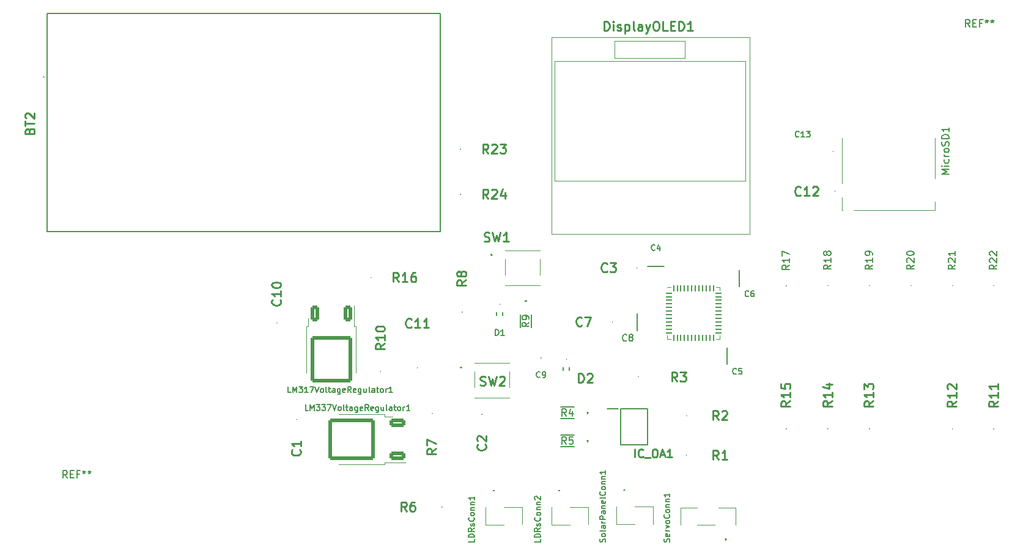
<source format=gto>
G04 #@! TF.GenerationSoftware,KiCad,Pcbnew,7.0.2*
G04 #@! TF.CreationDate,2023-06-26T18:45:37-03:00*
G04 #@! TF.ProjectId,ProjetoFinalSEMB,50726f6a-6574-46f4-9669-6e616c53454d,rev?*
G04 #@! TF.SameCoordinates,Original*
G04 #@! TF.FileFunction,Legend,Top*
G04 #@! TF.FilePolarity,Positive*
%FSLAX46Y46*%
G04 Gerber Fmt 4.6, Leading zero omitted, Abs format (unit mm)*
G04 Created by KiCad (PCBNEW 7.0.2) date 2023-06-26 18:45:37*
%MOMM*%
%LPD*%
G01*
G04 APERTURE LIST*
G04 Aperture macros list*
%AMRoundRect*
0 Rectangle with rounded corners*
0 $1 Rounding radius*
0 $2 $3 $4 $5 $6 $7 $8 $9 X,Y pos of 4 corners*
0 Add a 4 corners polygon primitive as box body*
4,1,4,$2,$3,$4,$5,$6,$7,$8,$9,$2,$3,0*
0 Add four circle primitives for the rounded corners*
1,1,$1+$1,$2,$3*
1,1,$1+$1,$4,$5*
1,1,$1+$1,$6,$7*
1,1,$1+$1,$8,$9*
0 Add four rect primitives between the rounded corners*
20,1,$1+$1,$2,$3,$4,$5,0*
20,1,$1+$1,$4,$5,$6,$7,0*
20,1,$1+$1,$6,$7,$8,$9,0*
20,1,$1+$1,$8,$9,$2,$3,0*%
G04 Aperture macros list end*
%ADD10C,0.254000*%
%ADD11C,0.200000*%
%ADD12C,0.150000*%
%ADD13C,0.160000*%
%ADD14C,0.180000*%
%ADD15C,0.100000*%
%ADD16C,0.120000*%
%ADD17R,1.450000X2.900000*%
%ADD18C,2.600000*%
%ADD19R,3.600000X3.600000*%
%ADD20C,3.600000*%
%ADD21R,1.250000X1.500000*%
%ADD22R,2.900000X1.450000*%
%ADD23RoundRect,0.062500X-0.375000X-0.062500X0.375000X-0.062500X0.375000X0.062500X-0.375000X0.062500X0*%
%ADD24RoundRect,0.062500X-0.062500X-0.375000X0.062500X-0.375000X0.062500X0.375000X-0.062500X0.375000X0*%
%ADD25R,5.600000X5.600000*%
%ADD26R,0.600000X0.500000*%
%ADD27C,3.200000*%
%ADD28R,2.900000X1.300000*%
%ADD29R,1.000000X0.700000*%
%ADD30R,2.720000X1.020000*%
%ADD31O,4.680000X2.690000*%
%ADD32O,1.600000X2.000000*%
%ADD33R,1.020000X2.720000*%
%ADD34R,1.900000X5.400000*%
%ADD35R,1.270000X2.030000*%
%ADD36R,1.800000X1.150000*%
%ADD37R,5.400000X1.900000*%
%ADD38R,1.500000X1.250000*%
%ADD39RoundRect,0.250000X-0.350000X0.850000X-0.350000X-0.850000X0.350000X-0.850000X0.350000X0.850000X0*%
%ADD40RoundRect,0.249997X-2.650003X2.950003X-2.650003X-2.950003X2.650003X-2.950003X2.650003X2.950003X0*%
%ADD41R,1.150000X1.800000*%
%ADD42R,0.700000X1.750000*%
%ADD43R,1.450000X1.000000*%
%ADD44R,1.000000X1.550000*%
%ADD45R,0.800000X1.500000*%
%ADD46R,1.300000X1.500000*%
%ADD47R,1.500000X1.500000*%
%ADD48R,0.800000X1.400000*%
%ADD49R,1.500000X5.400000*%
%ADD50RoundRect,0.250000X0.850000X0.350000X-0.850000X0.350000X-0.850000X-0.350000X0.850000X-0.350000X0*%
%ADD51RoundRect,0.249997X2.950003X2.650003X-2.950003X2.650003X-2.950003X-2.650003X2.950003X-2.650003X0*%
%ADD52R,1.475000X0.450000*%
G04 APERTURE END LIST*
D10*
X170151633Y-116380026D02*
X169728299Y-115775264D01*
X169425918Y-116380026D02*
X169425918Y-115110026D01*
X169425918Y-115110026D02*
X169909728Y-115110026D01*
X169909728Y-115110026D02*
X170030680Y-115170502D01*
X170030680Y-115170502D02*
X170091157Y-115230978D01*
X170091157Y-115230978D02*
X170151633Y-115351930D01*
X170151633Y-115351930D02*
X170151633Y-115533359D01*
X170151633Y-115533359D02*
X170091157Y-115654311D01*
X170091157Y-115654311D02*
X170030680Y-115714788D01*
X170030680Y-115714788D02*
X169909728Y-115775264D01*
X169909728Y-115775264D02*
X169425918Y-115775264D01*
X170574966Y-115110026D02*
X171361157Y-115110026D01*
X171361157Y-115110026D02*
X170937823Y-115593835D01*
X170937823Y-115593835D02*
X171119252Y-115593835D01*
X171119252Y-115593835D02*
X171240204Y-115654311D01*
X171240204Y-115654311D02*
X171300680Y-115714788D01*
X171300680Y-115714788D02*
X171361157Y-115835740D01*
X171361157Y-115835740D02*
X171361157Y-116138121D01*
X171361157Y-116138121D02*
X171300680Y-116259073D01*
X171300680Y-116259073D02*
X171240204Y-116319550D01*
X171240204Y-116319550D02*
X171119252Y-116380026D01*
X171119252Y-116380026D02*
X170756395Y-116380026D01*
X170756395Y-116380026D02*
X170635442Y-116319550D01*
X170635442Y-116319550D02*
X170574966Y-116259073D01*
X80503088Y-81650356D02*
X80563564Y-81468928D01*
X80563564Y-81468928D02*
X80624040Y-81408451D01*
X80624040Y-81408451D02*
X80744992Y-81347975D01*
X80744992Y-81347975D02*
X80926421Y-81347975D01*
X80926421Y-81347975D02*
X81047373Y-81408451D01*
X81047373Y-81408451D02*
X81107850Y-81468928D01*
X81107850Y-81468928D02*
X81168326Y-81589880D01*
X81168326Y-81589880D02*
X81168326Y-82073690D01*
X81168326Y-82073690D02*
X79898326Y-82073690D01*
X79898326Y-82073690D02*
X79898326Y-81650356D01*
X79898326Y-81650356D02*
X79958802Y-81529404D01*
X79958802Y-81529404D02*
X80019278Y-81468928D01*
X80019278Y-81468928D02*
X80140230Y-81408451D01*
X80140230Y-81408451D02*
X80261183Y-81408451D01*
X80261183Y-81408451D02*
X80382135Y-81468928D01*
X80382135Y-81468928D02*
X80442611Y-81529404D01*
X80442611Y-81529404D02*
X80503088Y-81650356D01*
X80503088Y-81650356D02*
X80503088Y-82073690D01*
X79898326Y-80985118D02*
X79898326Y-80259404D01*
X81168326Y-80622261D02*
X79898326Y-80622261D01*
X80019278Y-79896547D02*
X79958802Y-79836071D01*
X79958802Y-79836071D02*
X79898326Y-79715118D01*
X79898326Y-79715118D02*
X79898326Y-79412737D01*
X79898326Y-79412737D02*
X79958802Y-79291785D01*
X79958802Y-79291785D02*
X80019278Y-79231309D01*
X80019278Y-79231309D02*
X80140230Y-79170832D01*
X80140230Y-79170832D02*
X80261183Y-79170832D01*
X80261183Y-79170832D02*
X80442611Y-79231309D01*
X80442611Y-79231309D02*
X81168326Y-79957023D01*
X81168326Y-79957023D02*
X81168326Y-79170832D01*
D11*
X154806633Y-121170119D02*
X154473300Y-120693928D01*
X154235205Y-121170119D02*
X154235205Y-120170119D01*
X154235205Y-120170119D02*
X154616157Y-120170119D01*
X154616157Y-120170119D02*
X154711395Y-120217738D01*
X154711395Y-120217738D02*
X154759014Y-120265357D01*
X154759014Y-120265357D02*
X154806633Y-120360595D01*
X154806633Y-120360595D02*
X154806633Y-120503452D01*
X154806633Y-120503452D02*
X154759014Y-120598690D01*
X154759014Y-120598690D02*
X154711395Y-120646309D01*
X154711395Y-120646309D02*
X154616157Y-120693928D01*
X154616157Y-120693928D02*
X154235205Y-120693928D01*
X155663776Y-120503452D02*
X155663776Y-121170119D01*
X155425681Y-120122500D02*
X155187586Y-120836785D01*
X155187586Y-120836785D02*
X155806633Y-120836785D01*
D10*
X175874133Y-127200026D02*
X175450799Y-126595264D01*
X175148418Y-127200026D02*
X175148418Y-125930026D01*
X175148418Y-125930026D02*
X175632228Y-125930026D01*
X175632228Y-125930026D02*
X175753180Y-125990502D01*
X175753180Y-125990502D02*
X175813657Y-126050978D01*
X175813657Y-126050978D02*
X175874133Y-126171930D01*
X175874133Y-126171930D02*
X175874133Y-126353359D01*
X175874133Y-126353359D02*
X175813657Y-126474311D01*
X175813657Y-126474311D02*
X175753180Y-126534788D01*
X175753180Y-126534788D02*
X175632228Y-126595264D01*
X175632228Y-126595264D02*
X175148418Y-126595264D01*
X177083657Y-127200026D02*
X176357942Y-127200026D01*
X176720799Y-127200026D02*
X176720799Y-125930026D01*
X176720799Y-125930026D02*
X176599847Y-126111454D01*
X176599847Y-126111454D02*
X176478895Y-126232407D01*
X176478895Y-126232407D02*
X176357942Y-126292883D01*
X185808326Y-119073928D02*
X185203564Y-119497262D01*
X185808326Y-119799643D02*
X184538326Y-119799643D01*
X184538326Y-119799643D02*
X184538326Y-119315833D01*
X184538326Y-119315833D02*
X184598802Y-119194881D01*
X184598802Y-119194881D02*
X184659278Y-119134404D01*
X184659278Y-119134404D02*
X184780230Y-119073928D01*
X184780230Y-119073928D02*
X184961659Y-119073928D01*
X184961659Y-119073928D02*
X185082611Y-119134404D01*
X185082611Y-119134404D02*
X185143088Y-119194881D01*
X185143088Y-119194881D02*
X185203564Y-119315833D01*
X185203564Y-119315833D02*
X185203564Y-119799643D01*
X185808326Y-117864404D02*
X185808326Y-118590119D01*
X185808326Y-118227262D02*
X184538326Y-118227262D01*
X184538326Y-118227262D02*
X184719754Y-118348214D01*
X184719754Y-118348214D02*
X184840707Y-118469166D01*
X184840707Y-118469166D02*
X184901183Y-118590119D01*
X184538326Y-116715357D02*
X184538326Y-117320119D01*
X184538326Y-117320119D02*
X185143088Y-117380595D01*
X185143088Y-117380595D02*
X185082611Y-117320119D01*
X185082611Y-117320119D02*
X185022135Y-117199166D01*
X185022135Y-117199166D02*
X185022135Y-116896785D01*
X185022135Y-116896785D02*
X185082611Y-116775833D01*
X185082611Y-116775833D02*
X185143088Y-116715357D01*
X185143088Y-116715357D02*
X185264040Y-116654880D01*
X185264040Y-116654880D02*
X185566421Y-116654880D01*
X185566421Y-116654880D02*
X185687373Y-116715357D01*
X185687373Y-116715357D02*
X185747850Y-116775833D01*
X185747850Y-116775833D02*
X185808326Y-116896785D01*
X185808326Y-116896785D02*
X185808326Y-117199166D01*
X185808326Y-117199166D02*
X185747850Y-117320119D01*
X185747850Y-117320119D02*
X185687373Y-117380595D01*
X129663326Y-111123928D02*
X129058564Y-111547262D01*
X129663326Y-111849643D02*
X128393326Y-111849643D01*
X128393326Y-111849643D02*
X128393326Y-111365833D01*
X128393326Y-111365833D02*
X128453802Y-111244881D01*
X128453802Y-111244881D02*
X128514278Y-111184404D01*
X128514278Y-111184404D02*
X128635230Y-111123928D01*
X128635230Y-111123928D02*
X128816659Y-111123928D01*
X128816659Y-111123928D02*
X128937611Y-111184404D01*
X128937611Y-111184404D02*
X128998088Y-111244881D01*
X128998088Y-111244881D02*
X129058564Y-111365833D01*
X129058564Y-111365833D02*
X129058564Y-111849643D01*
X129663326Y-109914404D02*
X129663326Y-110640119D01*
X129663326Y-110277262D02*
X128393326Y-110277262D01*
X128393326Y-110277262D02*
X128574754Y-110398214D01*
X128574754Y-110398214D02*
X128695707Y-110519166D01*
X128695707Y-110519166D02*
X128756183Y-110640119D01*
X128393326Y-109128214D02*
X128393326Y-109007261D01*
X128393326Y-109007261D02*
X128453802Y-108886309D01*
X128453802Y-108886309D02*
X128514278Y-108825833D01*
X128514278Y-108825833D02*
X128635230Y-108765357D01*
X128635230Y-108765357D02*
X128877135Y-108704880D01*
X128877135Y-108704880D02*
X129179516Y-108704880D01*
X129179516Y-108704880D02*
X129421421Y-108765357D01*
X129421421Y-108765357D02*
X129542373Y-108825833D01*
X129542373Y-108825833D02*
X129602850Y-108886309D01*
X129602850Y-108886309D02*
X129663326Y-109007261D01*
X129663326Y-109007261D02*
X129663326Y-109128214D01*
X129663326Y-109128214D02*
X129602850Y-109249166D01*
X129602850Y-109249166D02*
X129542373Y-109309642D01*
X129542373Y-109309642D02*
X129421421Y-109370119D01*
X129421421Y-109370119D02*
X129179516Y-109430595D01*
X129179516Y-109430595D02*
X128877135Y-109430595D01*
X128877135Y-109430595D02*
X128635230Y-109370119D01*
X128635230Y-109370119D02*
X128514278Y-109309642D01*
X128514278Y-109309642D02*
X128453802Y-109249166D01*
X128453802Y-109249166D02*
X128393326Y-109128214D01*
X143996871Y-84760026D02*
X143573537Y-84155264D01*
X143271156Y-84760026D02*
X143271156Y-83490026D01*
X143271156Y-83490026D02*
X143754966Y-83490026D01*
X143754966Y-83490026D02*
X143875918Y-83550502D01*
X143875918Y-83550502D02*
X143936395Y-83610978D01*
X143936395Y-83610978D02*
X143996871Y-83731930D01*
X143996871Y-83731930D02*
X143996871Y-83913359D01*
X143996871Y-83913359D02*
X143936395Y-84034311D01*
X143936395Y-84034311D02*
X143875918Y-84094788D01*
X143875918Y-84094788D02*
X143754966Y-84155264D01*
X143754966Y-84155264D02*
X143271156Y-84155264D01*
X144480680Y-83610978D02*
X144541156Y-83550502D01*
X144541156Y-83550502D02*
X144662109Y-83490026D01*
X144662109Y-83490026D02*
X144964490Y-83490026D01*
X144964490Y-83490026D02*
X145085442Y-83550502D01*
X145085442Y-83550502D02*
X145145918Y-83610978D01*
X145145918Y-83610978D02*
X145206395Y-83731930D01*
X145206395Y-83731930D02*
X145206395Y-83852883D01*
X145206395Y-83852883D02*
X145145918Y-84034311D01*
X145145918Y-84034311D02*
X144420204Y-84760026D01*
X144420204Y-84760026D02*
X145206395Y-84760026D01*
X145629728Y-83490026D02*
X146415919Y-83490026D01*
X146415919Y-83490026D02*
X145992585Y-83973835D01*
X145992585Y-83973835D02*
X146174014Y-83973835D01*
X146174014Y-83973835D02*
X146294966Y-84034311D01*
X146294966Y-84034311D02*
X146355442Y-84094788D01*
X146355442Y-84094788D02*
X146415919Y-84215740D01*
X146415919Y-84215740D02*
X146415919Y-84518121D01*
X146415919Y-84518121D02*
X146355442Y-84639073D01*
X146355442Y-84639073D02*
X146294966Y-84699550D01*
X146294966Y-84699550D02*
X146174014Y-84760026D01*
X146174014Y-84760026D02*
X145811157Y-84760026D01*
X145811157Y-84760026D02*
X145690204Y-84699550D01*
X145690204Y-84699550D02*
X145629728Y-84639073D01*
X156508418Y-116535026D02*
X156508418Y-115265026D01*
X156508418Y-115265026D02*
X156810799Y-115265026D01*
X156810799Y-115265026D02*
X156992228Y-115325502D01*
X156992228Y-115325502D02*
X157113180Y-115446454D01*
X157113180Y-115446454D02*
X157173657Y-115567407D01*
X157173657Y-115567407D02*
X157234133Y-115809311D01*
X157234133Y-115809311D02*
X157234133Y-115990740D01*
X157234133Y-115990740D02*
X157173657Y-116232645D01*
X157173657Y-116232645D02*
X157113180Y-116353597D01*
X157113180Y-116353597D02*
X156992228Y-116474550D01*
X156992228Y-116474550D02*
X156810799Y-116535026D01*
X156810799Y-116535026D02*
X156508418Y-116535026D01*
X157717942Y-115385978D02*
X157778418Y-115325502D01*
X157778418Y-115325502D02*
X157899371Y-115265026D01*
X157899371Y-115265026D02*
X158201752Y-115265026D01*
X158201752Y-115265026D02*
X158322704Y-115325502D01*
X158322704Y-115325502D02*
X158383180Y-115385978D01*
X158383180Y-115385978D02*
X158443657Y-115506930D01*
X158443657Y-115506930D02*
X158443657Y-115627883D01*
X158443657Y-115627883D02*
X158383180Y-115809311D01*
X158383180Y-115809311D02*
X157657466Y-116535026D01*
X157657466Y-116535026D02*
X158443657Y-116535026D01*
X191588726Y-119073928D02*
X190983964Y-119497262D01*
X191588726Y-119799643D02*
X190318726Y-119799643D01*
X190318726Y-119799643D02*
X190318726Y-119315833D01*
X190318726Y-119315833D02*
X190379202Y-119194881D01*
X190379202Y-119194881D02*
X190439678Y-119134404D01*
X190439678Y-119134404D02*
X190560630Y-119073928D01*
X190560630Y-119073928D02*
X190742059Y-119073928D01*
X190742059Y-119073928D02*
X190863011Y-119134404D01*
X190863011Y-119134404D02*
X190923488Y-119194881D01*
X190923488Y-119194881D02*
X190983964Y-119315833D01*
X190983964Y-119315833D02*
X190983964Y-119799643D01*
X191588726Y-117864404D02*
X191588726Y-118590119D01*
X191588726Y-118227262D02*
X190318726Y-118227262D01*
X190318726Y-118227262D02*
X190500154Y-118348214D01*
X190500154Y-118348214D02*
X190621107Y-118469166D01*
X190621107Y-118469166D02*
X190681583Y-118590119D01*
X190742059Y-116775833D02*
X191588726Y-116775833D01*
X190258250Y-117078214D02*
X191165392Y-117380595D01*
X191165392Y-117380595D02*
X191165392Y-116594404D01*
D12*
X210697466Y-67245119D02*
X210364133Y-66768928D01*
X210126038Y-67245119D02*
X210126038Y-66245119D01*
X210126038Y-66245119D02*
X210506990Y-66245119D01*
X210506990Y-66245119D02*
X210602228Y-66292738D01*
X210602228Y-66292738D02*
X210649847Y-66340357D01*
X210649847Y-66340357D02*
X210697466Y-66435595D01*
X210697466Y-66435595D02*
X210697466Y-66578452D01*
X210697466Y-66578452D02*
X210649847Y-66673690D01*
X210649847Y-66673690D02*
X210602228Y-66721309D01*
X210602228Y-66721309D02*
X210506990Y-66768928D01*
X210506990Y-66768928D02*
X210126038Y-66768928D01*
X211126038Y-66721309D02*
X211459371Y-66721309D01*
X211602228Y-67245119D02*
X211126038Y-67245119D01*
X211126038Y-67245119D02*
X211126038Y-66245119D01*
X211126038Y-66245119D02*
X211602228Y-66245119D01*
X212364133Y-66721309D02*
X212030800Y-66721309D01*
X212030800Y-67245119D02*
X212030800Y-66245119D01*
X212030800Y-66245119D02*
X212506990Y-66245119D01*
X213030800Y-66245119D02*
X213030800Y-66483214D01*
X212792705Y-66387976D02*
X213030800Y-66483214D01*
X213030800Y-66483214D02*
X213268895Y-66387976D01*
X212887943Y-66673690D02*
X213030800Y-66483214D01*
X213030800Y-66483214D02*
X213173657Y-66673690D01*
X213792705Y-66245119D02*
X213792705Y-66483214D01*
X213554610Y-66387976D02*
X213792705Y-66483214D01*
X213792705Y-66483214D02*
X214030800Y-66387976D01*
X213649848Y-66673690D02*
X213792705Y-66483214D01*
X213792705Y-66483214D02*
X213935562Y-66673690D01*
D11*
X154806633Y-125070119D02*
X154473300Y-124593928D01*
X154235205Y-125070119D02*
X154235205Y-124070119D01*
X154235205Y-124070119D02*
X154616157Y-124070119D01*
X154616157Y-124070119D02*
X154711395Y-124117738D01*
X154711395Y-124117738D02*
X154759014Y-124165357D01*
X154759014Y-124165357D02*
X154806633Y-124260595D01*
X154806633Y-124260595D02*
X154806633Y-124403452D01*
X154806633Y-124403452D02*
X154759014Y-124498690D01*
X154759014Y-124498690D02*
X154711395Y-124546309D01*
X154711395Y-124546309D02*
X154616157Y-124593928D01*
X154616157Y-124593928D02*
X154235205Y-124593928D01*
X155711395Y-124070119D02*
X155235205Y-124070119D01*
X155235205Y-124070119D02*
X155187586Y-124546309D01*
X155187586Y-124546309D02*
X155235205Y-124498690D01*
X155235205Y-124498690D02*
X155330443Y-124451071D01*
X155330443Y-124451071D02*
X155568538Y-124451071D01*
X155568538Y-124451071D02*
X155663776Y-124498690D01*
X155663776Y-124498690D02*
X155711395Y-124546309D01*
X155711395Y-124546309D02*
X155759014Y-124641547D01*
X155759014Y-124641547D02*
X155759014Y-124879642D01*
X155759014Y-124879642D02*
X155711395Y-124974880D01*
X155711395Y-124974880D02*
X155663776Y-125022500D01*
X155663776Y-125022500D02*
X155568538Y-125070119D01*
X155568538Y-125070119D02*
X155330443Y-125070119D01*
X155330443Y-125070119D02*
X155235205Y-125022500D01*
X155235205Y-125022500D02*
X155187586Y-124974880D01*
D10*
X136793326Y-125679166D02*
X136188564Y-126102500D01*
X136793326Y-126404881D02*
X135523326Y-126404881D01*
X135523326Y-126404881D02*
X135523326Y-125921071D01*
X135523326Y-125921071D02*
X135583802Y-125800119D01*
X135583802Y-125800119D02*
X135644278Y-125739642D01*
X135644278Y-125739642D02*
X135765230Y-125679166D01*
X135765230Y-125679166D02*
X135946659Y-125679166D01*
X135946659Y-125679166D02*
X136067611Y-125739642D01*
X136067611Y-125739642D02*
X136128088Y-125800119D01*
X136128088Y-125800119D02*
X136188564Y-125921071D01*
X136188564Y-125921071D02*
X136188564Y-126404881D01*
X135523326Y-125255833D02*
X135523326Y-124409166D01*
X135523326Y-124409166D02*
X136793326Y-124953452D01*
X131584371Y-102570026D02*
X131161037Y-101965264D01*
X130858656Y-102570026D02*
X130858656Y-101300026D01*
X130858656Y-101300026D02*
X131342466Y-101300026D01*
X131342466Y-101300026D02*
X131463418Y-101360502D01*
X131463418Y-101360502D02*
X131523895Y-101420978D01*
X131523895Y-101420978D02*
X131584371Y-101541930D01*
X131584371Y-101541930D02*
X131584371Y-101723359D01*
X131584371Y-101723359D02*
X131523895Y-101844311D01*
X131523895Y-101844311D02*
X131463418Y-101904788D01*
X131463418Y-101904788D02*
X131342466Y-101965264D01*
X131342466Y-101965264D02*
X130858656Y-101965264D01*
X132793895Y-102570026D02*
X132068180Y-102570026D01*
X132431037Y-102570026D02*
X132431037Y-101300026D01*
X132431037Y-101300026D02*
X132310085Y-101481454D01*
X132310085Y-101481454D02*
X132189133Y-101602407D01*
X132189133Y-101602407D02*
X132068180Y-101662883D01*
X133882466Y-101300026D02*
X133640561Y-101300026D01*
X133640561Y-101300026D02*
X133519609Y-101360502D01*
X133519609Y-101360502D02*
X133459133Y-101420978D01*
X133459133Y-101420978D02*
X133338180Y-101602407D01*
X133338180Y-101602407D02*
X133277704Y-101844311D01*
X133277704Y-101844311D02*
X133277704Y-102328121D01*
X133277704Y-102328121D02*
X133338180Y-102449073D01*
X133338180Y-102449073D02*
X133398657Y-102509550D01*
X133398657Y-102509550D02*
X133519609Y-102570026D01*
X133519609Y-102570026D02*
X133761514Y-102570026D01*
X133761514Y-102570026D02*
X133882466Y-102509550D01*
X133882466Y-102509550D02*
X133942942Y-102449073D01*
X133942942Y-102449073D02*
X134003419Y-102328121D01*
X134003419Y-102328121D02*
X134003419Y-102025740D01*
X134003419Y-102025740D02*
X133942942Y-101904788D01*
X133942942Y-101904788D02*
X133882466Y-101844311D01*
X133882466Y-101844311D02*
X133761514Y-101783835D01*
X133761514Y-101783835D02*
X133519609Y-101783835D01*
X133519609Y-101783835D02*
X133398657Y-101844311D01*
X133398657Y-101844311D02*
X133338180Y-101904788D01*
X133338180Y-101904788D02*
X133277704Y-102025740D01*
D11*
X214424219Y-100242857D02*
X213948028Y-100576190D01*
X214424219Y-100814285D02*
X213424219Y-100814285D01*
X213424219Y-100814285D02*
X213424219Y-100433333D01*
X213424219Y-100433333D02*
X213471838Y-100338095D01*
X213471838Y-100338095D02*
X213519457Y-100290476D01*
X213519457Y-100290476D02*
X213614695Y-100242857D01*
X213614695Y-100242857D02*
X213757552Y-100242857D01*
X213757552Y-100242857D02*
X213852790Y-100290476D01*
X213852790Y-100290476D02*
X213900409Y-100338095D01*
X213900409Y-100338095D02*
X213948028Y-100433333D01*
X213948028Y-100433333D02*
X213948028Y-100814285D01*
X213519457Y-99861904D02*
X213471838Y-99814285D01*
X213471838Y-99814285D02*
X213424219Y-99719047D01*
X213424219Y-99719047D02*
X213424219Y-99480952D01*
X213424219Y-99480952D02*
X213471838Y-99385714D01*
X213471838Y-99385714D02*
X213519457Y-99338095D01*
X213519457Y-99338095D02*
X213614695Y-99290476D01*
X213614695Y-99290476D02*
X213709933Y-99290476D01*
X213709933Y-99290476D02*
X213852790Y-99338095D01*
X213852790Y-99338095D02*
X214424219Y-99909523D01*
X214424219Y-99909523D02*
X214424219Y-99290476D01*
X213519457Y-98909523D02*
X213471838Y-98861904D01*
X213471838Y-98861904D02*
X213424219Y-98766666D01*
X213424219Y-98766666D02*
X213424219Y-98528571D01*
X213424219Y-98528571D02*
X213471838Y-98433333D01*
X213471838Y-98433333D02*
X213519457Y-98385714D01*
X213519457Y-98385714D02*
X213614695Y-98338095D01*
X213614695Y-98338095D02*
X213709933Y-98338095D01*
X213709933Y-98338095D02*
X213852790Y-98385714D01*
X213852790Y-98385714D02*
X214424219Y-98957142D01*
X214424219Y-98957142D02*
X214424219Y-98338095D01*
X208683819Y-100242857D02*
X208207628Y-100576190D01*
X208683819Y-100814285D02*
X207683819Y-100814285D01*
X207683819Y-100814285D02*
X207683819Y-100433333D01*
X207683819Y-100433333D02*
X207731438Y-100338095D01*
X207731438Y-100338095D02*
X207779057Y-100290476D01*
X207779057Y-100290476D02*
X207874295Y-100242857D01*
X207874295Y-100242857D02*
X208017152Y-100242857D01*
X208017152Y-100242857D02*
X208112390Y-100290476D01*
X208112390Y-100290476D02*
X208160009Y-100338095D01*
X208160009Y-100338095D02*
X208207628Y-100433333D01*
X208207628Y-100433333D02*
X208207628Y-100814285D01*
X207779057Y-99861904D02*
X207731438Y-99814285D01*
X207731438Y-99814285D02*
X207683819Y-99719047D01*
X207683819Y-99719047D02*
X207683819Y-99480952D01*
X207683819Y-99480952D02*
X207731438Y-99385714D01*
X207731438Y-99385714D02*
X207779057Y-99338095D01*
X207779057Y-99338095D02*
X207874295Y-99290476D01*
X207874295Y-99290476D02*
X207969533Y-99290476D01*
X207969533Y-99290476D02*
X208112390Y-99338095D01*
X208112390Y-99338095D02*
X208683819Y-99909523D01*
X208683819Y-99909523D02*
X208683819Y-99290476D01*
X208683819Y-98338095D02*
X208683819Y-98909523D01*
X208683819Y-98623809D02*
X207683819Y-98623809D01*
X207683819Y-98623809D02*
X207826676Y-98719047D01*
X207826676Y-98719047D02*
X207921914Y-98814285D01*
X207921914Y-98814285D02*
X207969533Y-98909523D01*
X197203019Y-100242857D02*
X196726828Y-100576190D01*
X197203019Y-100814285D02*
X196203019Y-100814285D01*
X196203019Y-100814285D02*
X196203019Y-100433333D01*
X196203019Y-100433333D02*
X196250638Y-100338095D01*
X196250638Y-100338095D02*
X196298257Y-100290476D01*
X196298257Y-100290476D02*
X196393495Y-100242857D01*
X196393495Y-100242857D02*
X196536352Y-100242857D01*
X196536352Y-100242857D02*
X196631590Y-100290476D01*
X196631590Y-100290476D02*
X196679209Y-100338095D01*
X196679209Y-100338095D02*
X196726828Y-100433333D01*
X196726828Y-100433333D02*
X196726828Y-100814285D01*
X197203019Y-99290476D02*
X197203019Y-99861904D01*
X197203019Y-99576190D02*
X196203019Y-99576190D01*
X196203019Y-99576190D02*
X196345876Y-99671428D01*
X196345876Y-99671428D02*
X196441114Y-99766666D01*
X196441114Y-99766666D02*
X196488733Y-99861904D01*
X197203019Y-98814285D02*
X197203019Y-98623809D01*
X197203019Y-98623809D02*
X197155400Y-98528571D01*
X197155400Y-98528571D02*
X197107780Y-98480952D01*
X197107780Y-98480952D02*
X196964923Y-98385714D01*
X196964923Y-98385714D02*
X196774447Y-98338095D01*
X196774447Y-98338095D02*
X196393495Y-98338095D01*
X196393495Y-98338095D02*
X196298257Y-98385714D01*
X196298257Y-98385714D02*
X196250638Y-98433333D01*
X196250638Y-98433333D02*
X196203019Y-98528571D01*
X196203019Y-98528571D02*
X196203019Y-98719047D01*
X196203019Y-98719047D02*
X196250638Y-98814285D01*
X196250638Y-98814285D02*
X196298257Y-98861904D01*
X196298257Y-98861904D02*
X196393495Y-98909523D01*
X196393495Y-98909523D02*
X196631590Y-98909523D01*
X196631590Y-98909523D02*
X196726828Y-98861904D01*
X196726828Y-98861904D02*
X196774447Y-98814285D01*
X196774447Y-98814285D02*
X196822066Y-98719047D01*
X196822066Y-98719047D02*
X196822066Y-98528571D01*
X196822066Y-98528571D02*
X196774447Y-98433333D01*
X196774447Y-98433333D02*
X196726828Y-98385714D01*
X196726828Y-98385714D02*
X196631590Y-98338095D01*
D10*
X143437466Y-96929550D02*
X143618895Y-96990026D01*
X143618895Y-96990026D02*
X143921276Y-96990026D01*
X143921276Y-96990026D02*
X144042228Y-96929550D01*
X144042228Y-96929550D02*
X144102704Y-96869073D01*
X144102704Y-96869073D02*
X144163181Y-96748121D01*
X144163181Y-96748121D02*
X144163181Y-96627169D01*
X144163181Y-96627169D02*
X144102704Y-96506216D01*
X144102704Y-96506216D02*
X144042228Y-96445740D01*
X144042228Y-96445740D02*
X143921276Y-96385264D01*
X143921276Y-96385264D02*
X143679371Y-96324788D01*
X143679371Y-96324788D02*
X143558419Y-96264311D01*
X143558419Y-96264311D02*
X143497942Y-96203835D01*
X143497942Y-96203835D02*
X143437466Y-96082883D01*
X143437466Y-96082883D02*
X143437466Y-95961930D01*
X143437466Y-95961930D02*
X143497942Y-95840978D01*
X143497942Y-95840978D02*
X143558419Y-95780502D01*
X143558419Y-95780502D02*
X143679371Y-95720026D01*
X143679371Y-95720026D02*
X143981752Y-95720026D01*
X143981752Y-95720026D02*
X144163181Y-95780502D01*
X144586514Y-95720026D02*
X144888895Y-96990026D01*
X144888895Y-96990026D02*
X145130800Y-96082883D01*
X145130800Y-96082883D02*
X145372705Y-96990026D01*
X145372705Y-96990026D02*
X145675086Y-95720026D01*
X146824134Y-96990026D02*
X146098419Y-96990026D01*
X146461276Y-96990026D02*
X146461276Y-95720026D01*
X146461276Y-95720026D02*
X146340324Y-95901454D01*
X146340324Y-95901454D02*
X146219372Y-96022407D01*
X146219372Y-96022407D02*
X146098419Y-96082883D01*
X143996871Y-91010026D02*
X143573537Y-90405264D01*
X143271156Y-91010026D02*
X143271156Y-89740026D01*
X143271156Y-89740026D02*
X143754966Y-89740026D01*
X143754966Y-89740026D02*
X143875918Y-89800502D01*
X143875918Y-89800502D02*
X143936395Y-89860978D01*
X143936395Y-89860978D02*
X143996871Y-89981930D01*
X143996871Y-89981930D02*
X143996871Y-90163359D01*
X143996871Y-90163359D02*
X143936395Y-90284311D01*
X143936395Y-90284311D02*
X143875918Y-90344788D01*
X143875918Y-90344788D02*
X143754966Y-90405264D01*
X143754966Y-90405264D02*
X143271156Y-90405264D01*
X144480680Y-89860978D02*
X144541156Y-89800502D01*
X144541156Y-89800502D02*
X144662109Y-89740026D01*
X144662109Y-89740026D02*
X144964490Y-89740026D01*
X144964490Y-89740026D02*
X145085442Y-89800502D01*
X145085442Y-89800502D02*
X145145918Y-89860978D01*
X145145918Y-89860978D02*
X145206395Y-89981930D01*
X145206395Y-89981930D02*
X145206395Y-90102883D01*
X145206395Y-90102883D02*
X145145918Y-90284311D01*
X145145918Y-90284311D02*
X144420204Y-91010026D01*
X144420204Y-91010026D02*
X145206395Y-91010026D01*
X146294966Y-90163359D02*
X146294966Y-91010026D01*
X145992585Y-89679550D02*
X145690204Y-90586692D01*
X145690204Y-90586692D02*
X146476395Y-90586692D01*
D11*
X202943419Y-100242857D02*
X202467228Y-100576190D01*
X202943419Y-100814285D02*
X201943419Y-100814285D01*
X201943419Y-100814285D02*
X201943419Y-100433333D01*
X201943419Y-100433333D02*
X201991038Y-100338095D01*
X201991038Y-100338095D02*
X202038657Y-100290476D01*
X202038657Y-100290476D02*
X202133895Y-100242857D01*
X202133895Y-100242857D02*
X202276752Y-100242857D01*
X202276752Y-100242857D02*
X202371990Y-100290476D01*
X202371990Y-100290476D02*
X202419609Y-100338095D01*
X202419609Y-100338095D02*
X202467228Y-100433333D01*
X202467228Y-100433333D02*
X202467228Y-100814285D01*
X202038657Y-99861904D02*
X201991038Y-99814285D01*
X201991038Y-99814285D02*
X201943419Y-99719047D01*
X201943419Y-99719047D02*
X201943419Y-99480952D01*
X201943419Y-99480952D02*
X201991038Y-99385714D01*
X201991038Y-99385714D02*
X202038657Y-99338095D01*
X202038657Y-99338095D02*
X202133895Y-99290476D01*
X202133895Y-99290476D02*
X202229133Y-99290476D01*
X202229133Y-99290476D02*
X202371990Y-99338095D01*
X202371990Y-99338095D02*
X202943419Y-99909523D01*
X202943419Y-99909523D02*
X202943419Y-99290476D01*
X201943419Y-98671428D02*
X201943419Y-98576190D01*
X201943419Y-98576190D02*
X201991038Y-98480952D01*
X201991038Y-98480952D02*
X202038657Y-98433333D01*
X202038657Y-98433333D02*
X202133895Y-98385714D01*
X202133895Y-98385714D02*
X202324371Y-98338095D01*
X202324371Y-98338095D02*
X202562466Y-98338095D01*
X202562466Y-98338095D02*
X202752942Y-98385714D01*
X202752942Y-98385714D02*
X202848180Y-98433333D01*
X202848180Y-98433333D02*
X202895800Y-98480952D01*
X202895800Y-98480952D02*
X202943419Y-98576190D01*
X202943419Y-98576190D02*
X202943419Y-98671428D01*
X202943419Y-98671428D02*
X202895800Y-98766666D01*
X202895800Y-98766666D02*
X202848180Y-98814285D01*
X202848180Y-98814285D02*
X202752942Y-98861904D01*
X202752942Y-98861904D02*
X202562466Y-98909523D01*
X202562466Y-98909523D02*
X202324371Y-98909523D01*
X202324371Y-98909523D02*
X202133895Y-98861904D01*
X202133895Y-98861904D02*
X202038657Y-98814285D01*
X202038657Y-98814285D02*
X201991038Y-98766666D01*
X201991038Y-98766666D02*
X201943419Y-98671428D01*
D10*
X214558326Y-119106428D02*
X213953564Y-119529762D01*
X214558326Y-119832143D02*
X213288326Y-119832143D01*
X213288326Y-119832143D02*
X213288326Y-119348333D01*
X213288326Y-119348333D02*
X213348802Y-119227381D01*
X213348802Y-119227381D02*
X213409278Y-119166904D01*
X213409278Y-119166904D02*
X213530230Y-119106428D01*
X213530230Y-119106428D02*
X213711659Y-119106428D01*
X213711659Y-119106428D02*
X213832611Y-119166904D01*
X213832611Y-119166904D02*
X213893088Y-119227381D01*
X213893088Y-119227381D02*
X213953564Y-119348333D01*
X213953564Y-119348333D02*
X213953564Y-119832143D01*
X214558326Y-117896904D02*
X214558326Y-118622619D01*
X214558326Y-118259762D02*
X213288326Y-118259762D01*
X213288326Y-118259762D02*
X213469754Y-118380714D01*
X213469754Y-118380714D02*
X213590707Y-118501666D01*
X213590707Y-118501666D02*
X213651183Y-118622619D01*
X214558326Y-116687380D02*
X214558326Y-117413095D01*
X214558326Y-117050238D02*
X213288326Y-117050238D01*
X213288326Y-117050238D02*
X213469754Y-117171190D01*
X213469754Y-117171190D02*
X213590707Y-117292142D01*
X213590707Y-117292142D02*
X213651183Y-117413095D01*
X175874133Y-121720026D02*
X175450799Y-121115264D01*
X175148418Y-121720026D02*
X175148418Y-120450026D01*
X175148418Y-120450026D02*
X175632228Y-120450026D01*
X175632228Y-120450026D02*
X175753180Y-120510502D01*
X175753180Y-120510502D02*
X175813657Y-120570978D01*
X175813657Y-120570978D02*
X175874133Y-120691930D01*
X175874133Y-120691930D02*
X175874133Y-120873359D01*
X175874133Y-120873359D02*
X175813657Y-120994311D01*
X175813657Y-120994311D02*
X175753180Y-121054788D01*
X175753180Y-121054788D02*
X175632228Y-121115264D01*
X175632228Y-121115264D02*
X175148418Y-121115264D01*
X176357942Y-120570978D02*
X176418418Y-120510502D01*
X176418418Y-120510502D02*
X176539371Y-120450026D01*
X176539371Y-120450026D02*
X176841752Y-120450026D01*
X176841752Y-120450026D02*
X176962704Y-120510502D01*
X176962704Y-120510502D02*
X177023180Y-120570978D01*
X177023180Y-120570978D02*
X177083657Y-120691930D01*
X177083657Y-120691930D02*
X177083657Y-120812883D01*
X177083657Y-120812883D02*
X177023180Y-120994311D01*
X177023180Y-120994311D02*
X176297466Y-121720026D01*
X176297466Y-121720026D02*
X177083657Y-121720026D01*
D13*
X167067467Y-98136404D02*
X167029371Y-98174500D01*
X167029371Y-98174500D02*
X166915086Y-98212595D01*
X166915086Y-98212595D02*
X166838895Y-98212595D01*
X166838895Y-98212595D02*
X166724609Y-98174500D01*
X166724609Y-98174500D02*
X166648419Y-98098309D01*
X166648419Y-98098309D02*
X166610324Y-98022119D01*
X166610324Y-98022119D02*
X166572228Y-97869738D01*
X166572228Y-97869738D02*
X166572228Y-97755452D01*
X166572228Y-97755452D02*
X166610324Y-97603071D01*
X166610324Y-97603071D02*
X166648419Y-97526880D01*
X166648419Y-97526880D02*
X166724609Y-97450690D01*
X166724609Y-97450690D02*
X166838895Y-97412595D01*
X166838895Y-97412595D02*
X166915086Y-97412595D01*
X166915086Y-97412595D02*
X167029371Y-97450690D01*
X167029371Y-97450690D02*
X167067467Y-97488785D01*
X167753181Y-97679261D02*
X167753181Y-98212595D01*
X167562705Y-97374500D02*
X167372228Y-97945928D01*
X167372228Y-97945928D02*
X167867467Y-97945928D01*
D10*
X160042704Y-67750026D02*
X160042704Y-66480026D01*
X160042704Y-66480026D02*
X160345085Y-66480026D01*
X160345085Y-66480026D02*
X160526514Y-66540502D01*
X160526514Y-66540502D02*
X160647466Y-66661454D01*
X160647466Y-66661454D02*
X160707943Y-66782407D01*
X160707943Y-66782407D02*
X160768419Y-67024311D01*
X160768419Y-67024311D02*
X160768419Y-67205740D01*
X160768419Y-67205740D02*
X160707943Y-67447645D01*
X160707943Y-67447645D02*
X160647466Y-67568597D01*
X160647466Y-67568597D02*
X160526514Y-67689550D01*
X160526514Y-67689550D02*
X160345085Y-67750026D01*
X160345085Y-67750026D02*
X160042704Y-67750026D01*
X161312704Y-67750026D02*
X161312704Y-66903359D01*
X161312704Y-66480026D02*
X161252228Y-66540502D01*
X161252228Y-66540502D02*
X161312704Y-66600978D01*
X161312704Y-66600978D02*
X161373181Y-66540502D01*
X161373181Y-66540502D02*
X161312704Y-66480026D01*
X161312704Y-66480026D02*
X161312704Y-66600978D01*
X161856990Y-67689550D02*
X161977943Y-67750026D01*
X161977943Y-67750026D02*
X162219847Y-67750026D01*
X162219847Y-67750026D02*
X162340800Y-67689550D01*
X162340800Y-67689550D02*
X162401276Y-67568597D01*
X162401276Y-67568597D02*
X162401276Y-67508121D01*
X162401276Y-67508121D02*
X162340800Y-67387169D01*
X162340800Y-67387169D02*
X162219847Y-67326692D01*
X162219847Y-67326692D02*
X162038419Y-67326692D01*
X162038419Y-67326692D02*
X161917466Y-67266216D01*
X161917466Y-67266216D02*
X161856990Y-67145264D01*
X161856990Y-67145264D02*
X161856990Y-67084788D01*
X161856990Y-67084788D02*
X161917466Y-66963835D01*
X161917466Y-66963835D02*
X162038419Y-66903359D01*
X162038419Y-66903359D02*
X162219847Y-66903359D01*
X162219847Y-66903359D02*
X162340800Y-66963835D01*
X162945561Y-66903359D02*
X162945561Y-68173359D01*
X162945561Y-66963835D02*
X163066514Y-66903359D01*
X163066514Y-66903359D02*
X163308419Y-66903359D01*
X163308419Y-66903359D02*
X163429371Y-66963835D01*
X163429371Y-66963835D02*
X163489847Y-67024311D01*
X163489847Y-67024311D02*
X163550323Y-67145264D01*
X163550323Y-67145264D02*
X163550323Y-67508121D01*
X163550323Y-67508121D02*
X163489847Y-67629073D01*
X163489847Y-67629073D02*
X163429371Y-67689550D01*
X163429371Y-67689550D02*
X163308419Y-67750026D01*
X163308419Y-67750026D02*
X163066514Y-67750026D01*
X163066514Y-67750026D02*
X162945561Y-67689550D01*
X164276038Y-67750026D02*
X164155086Y-67689550D01*
X164155086Y-67689550D02*
X164094609Y-67568597D01*
X164094609Y-67568597D02*
X164094609Y-66480026D01*
X165304133Y-67750026D02*
X165304133Y-67084788D01*
X165304133Y-67084788D02*
X165243657Y-66963835D01*
X165243657Y-66963835D02*
X165122705Y-66903359D01*
X165122705Y-66903359D02*
X164880800Y-66903359D01*
X164880800Y-66903359D02*
X164759847Y-66963835D01*
X165304133Y-67689550D02*
X165183181Y-67750026D01*
X165183181Y-67750026D02*
X164880800Y-67750026D01*
X164880800Y-67750026D02*
X164759847Y-67689550D01*
X164759847Y-67689550D02*
X164699371Y-67568597D01*
X164699371Y-67568597D02*
X164699371Y-67447645D01*
X164699371Y-67447645D02*
X164759847Y-67326692D01*
X164759847Y-67326692D02*
X164880800Y-67266216D01*
X164880800Y-67266216D02*
X165183181Y-67266216D01*
X165183181Y-67266216D02*
X165304133Y-67205740D01*
X165787943Y-66903359D02*
X166090324Y-67750026D01*
X166392705Y-66903359D02*
X166090324Y-67750026D01*
X166090324Y-67750026D02*
X165969372Y-68052407D01*
X165969372Y-68052407D02*
X165908895Y-68112883D01*
X165908895Y-68112883D02*
X165787943Y-68173359D01*
X167118419Y-66480026D02*
X167360324Y-66480026D01*
X167360324Y-66480026D02*
X167481276Y-66540502D01*
X167481276Y-66540502D02*
X167602229Y-66661454D01*
X167602229Y-66661454D02*
X167662705Y-66903359D01*
X167662705Y-66903359D02*
X167662705Y-67326692D01*
X167662705Y-67326692D02*
X167602229Y-67568597D01*
X167602229Y-67568597D02*
X167481276Y-67689550D01*
X167481276Y-67689550D02*
X167360324Y-67750026D01*
X167360324Y-67750026D02*
X167118419Y-67750026D01*
X167118419Y-67750026D02*
X166997467Y-67689550D01*
X166997467Y-67689550D02*
X166876514Y-67568597D01*
X166876514Y-67568597D02*
X166816038Y-67326692D01*
X166816038Y-67326692D02*
X166816038Y-66903359D01*
X166816038Y-66903359D02*
X166876514Y-66661454D01*
X166876514Y-66661454D02*
X166997467Y-66540502D01*
X166997467Y-66540502D02*
X167118419Y-66480026D01*
X168811752Y-67750026D02*
X168206990Y-67750026D01*
X168206990Y-67750026D02*
X168206990Y-66480026D01*
X169235085Y-67084788D02*
X169658419Y-67084788D01*
X169839847Y-67750026D02*
X169235085Y-67750026D01*
X169235085Y-67750026D02*
X169235085Y-66480026D01*
X169235085Y-66480026D02*
X169839847Y-66480026D01*
X170384133Y-67750026D02*
X170384133Y-66480026D01*
X170384133Y-66480026D02*
X170686514Y-66480026D01*
X170686514Y-66480026D02*
X170867943Y-66540502D01*
X170867943Y-66540502D02*
X170988895Y-66661454D01*
X170988895Y-66661454D02*
X171049372Y-66782407D01*
X171049372Y-66782407D02*
X171109848Y-67024311D01*
X171109848Y-67024311D02*
X171109848Y-67205740D01*
X171109848Y-67205740D02*
X171049372Y-67447645D01*
X171049372Y-67447645D02*
X170988895Y-67568597D01*
X170988895Y-67568597D02*
X170867943Y-67689550D01*
X170867943Y-67689550D02*
X170686514Y-67750026D01*
X170686514Y-67750026D02*
X170384133Y-67750026D01*
X172319372Y-67750026D02*
X171593657Y-67750026D01*
X171956514Y-67750026D02*
X171956514Y-66480026D01*
X171956514Y-66480026D02*
X171835562Y-66661454D01*
X171835562Y-66661454D02*
X171714610Y-66782407D01*
X171714610Y-66782407D02*
X171593657Y-66842883D01*
D13*
X178357467Y-115296404D02*
X178319371Y-115334500D01*
X178319371Y-115334500D02*
X178205086Y-115372595D01*
X178205086Y-115372595D02*
X178128895Y-115372595D01*
X178128895Y-115372595D02*
X178014609Y-115334500D01*
X178014609Y-115334500D02*
X177938419Y-115258309D01*
X177938419Y-115258309D02*
X177900324Y-115182119D01*
X177900324Y-115182119D02*
X177862228Y-115029738D01*
X177862228Y-115029738D02*
X177862228Y-114915452D01*
X177862228Y-114915452D02*
X177900324Y-114763071D01*
X177900324Y-114763071D02*
X177938419Y-114686880D01*
X177938419Y-114686880D02*
X178014609Y-114610690D01*
X178014609Y-114610690D02*
X178128895Y-114572595D01*
X178128895Y-114572595D02*
X178205086Y-114572595D01*
X178205086Y-114572595D02*
X178319371Y-114610690D01*
X178319371Y-114610690D02*
X178357467Y-114648785D01*
X179081276Y-114572595D02*
X178700324Y-114572595D01*
X178700324Y-114572595D02*
X178662228Y-114953547D01*
X178662228Y-114953547D02*
X178700324Y-114915452D01*
X178700324Y-114915452D02*
X178776514Y-114877357D01*
X178776514Y-114877357D02*
X178966990Y-114877357D01*
X178966990Y-114877357D02*
X179043181Y-114915452D01*
X179043181Y-114915452D02*
X179081276Y-114953547D01*
X179081276Y-114953547D02*
X179119371Y-115029738D01*
X179119371Y-115029738D02*
X179119371Y-115220214D01*
X179119371Y-115220214D02*
X179081276Y-115296404D01*
X179081276Y-115296404D02*
X179043181Y-115334500D01*
X179043181Y-115334500D02*
X178966990Y-115372595D01*
X178966990Y-115372595D02*
X178776514Y-115372595D01*
X178776514Y-115372595D02*
X178700324Y-115334500D01*
X178700324Y-115334500D02*
X178662228Y-115296404D01*
D10*
X156949133Y-108599073D02*
X156888657Y-108659550D01*
X156888657Y-108659550D02*
X156707228Y-108720026D01*
X156707228Y-108720026D02*
X156586276Y-108720026D01*
X156586276Y-108720026D02*
X156404847Y-108659550D01*
X156404847Y-108659550D02*
X156283895Y-108538597D01*
X156283895Y-108538597D02*
X156223418Y-108417645D01*
X156223418Y-108417645D02*
X156162942Y-108175740D01*
X156162942Y-108175740D02*
X156162942Y-107994311D01*
X156162942Y-107994311D02*
X156223418Y-107752407D01*
X156223418Y-107752407D02*
X156283895Y-107631454D01*
X156283895Y-107631454D02*
X156404847Y-107510502D01*
X156404847Y-107510502D02*
X156586276Y-107450026D01*
X156586276Y-107450026D02*
X156707228Y-107450026D01*
X156707228Y-107450026D02*
X156888657Y-107510502D01*
X156888657Y-107510502D02*
X156949133Y-107570978D01*
X157372466Y-107450026D02*
X158219133Y-107450026D01*
X158219133Y-107450026D02*
X157674847Y-108720026D01*
D11*
X142083395Y-138235357D02*
X142083395Y-138616309D01*
X142083395Y-138616309D02*
X141283395Y-138616309D01*
X142083395Y-137968690D02*
X141283395Y-137968690D01*
X141283395Y-137968690D02*
X141283395Y-137778214D01*
X141283395Y-137778214D02*
X141321490Y-137663928D01*
X141321490Y-137663928D02*
X141397680Y-137587738D01*
X141397680Y-137587738D02*
X141473871Y-137549643D01*
X141473871Y-137549643D02*
X141626252Y-137511547D01*
X141626252Y-137511547D02*
X141740538Y-137511547D01*
X141740538Y-137511547D02*
X141892919Y-137549643D01*
X141892919Y-137549643D02*
X141969109Y-137587738D01*
X141969109Y-137587738D02*
X142045300Y-137663928D01*
X142045300Y-137663928D02*
X142083395Y-137778214D01*
X142083395Y-137778214D02*
X142083395Y-137968690D01*
X142083395Y-136711547D02*
X141702442Y-136978214D01*
X142083395Y-137168690D02*
X141283395Y-137168690D01*
X141283395Y-137168690D02*
X141283395Y-136863928D01*
X141283395Y-136863928D02*
X141321490Y-136787738D01*
X141321490Y-136787738D02*
X141359585Y-136749643D01*
X141359585Y-136749643D02*
X141435776Y-136711547D01*
X141435776Y-136711547D02*
X141550061Y-136711547D01*
X141550061Y-136711547D02*
X141626252Y-136749643D01*
X141626252Y-136749643D02*
X141664347Y-136787738D01*
X141664347Y-136787738D02*
X141702442Y-136863928D01*
X141702442Y-136863928D02*
X141702442Y-137168690D01*
X142045300Y-136406786D02*
X142083395Y-136330595D01*
X142083395Y-136330595D02*
X142083395Y-136178214D01*
X142083395Y-136178214D02*
X142045300Y-136102024D01*
X142045300Y-136102024D02*
X141969109Y-136063928D01*
X141969109Y-136063928D02*
X141931014Y-136063928D01*
X141931014Y-136063928D02*
X141854823Y-136102024D01*
X141854823Y-136102024D02*
X141816728Y-136178214D01*
X141816728Y-136178214D02*
X141816728Y-136292500D01*
X141816728Y-136292500D02*
X141778633Y-136368690D01*
X141778633Y-136368690D02*
X141702442Y-136406786D01*
X141702442Y-136406786D02*
X141664347Y-136406786D01*
X141664347Y-136406786D02*
X141588157Y-136368690D01*
X141588157Y-136368690D02*
X141550061Y-136292500D01*
X141550061Y-136292500D02*
X141550061Y-136178214D01*
X141550061Y-136178214D02*
X141588157Y-136102024D01*
X142007204Y-135263928D02*
X142045300Y-135302024D01*
X142045300Y-135302024D02*
X142083395Y-135416309D01*
X142083395Y-135416309D02*
X142083395Y-135492500D01*
X142083395Y-135492500D02*
X142045300Y-135606786D01*
X142045300Y-135606786D02*
X141969109Y-135682976D01*
X141969109Y-135682976D02*
X141892919Y-135721071D01*
X141892919Y-135721071D02*
X141740538Y-135759167D01*
X141740538Y-135759167D02*
X141626252Y-135759167D01*
X141626252Y-135759167D02*
X141473871Y-135721071D01*
X141473871Y-135721071D02*
X141397680Y-135682976D01*
X141397680Y-135682976D02*
X141321490Y-135606786D01*
X141321490Y-135606786D02*
X141283395Y-135492500D01*
X141283395Y-135492500D02*
X141283395Y-135416309D01*
X141283395Y-135416309D02*
X141321490Y-135302024D01*
X141321490Y-135302024D02*
X141359585Y-135263928D01*
X142083395Y-134806786D02*
X142045300Y-134882976D01*
X142045300Y-134882976D02*
X142007204Y-134921071D01*
X142007204Y-134921071D02*
X141931014Y-134959167D01*
X141931014Y-134959167D02*
X141702442Y-134959167D01*
X141702442Y-134959167D02*
X141626252Y-134921071D01*
X141626252Y-134921071D02*
X141588157Y-134882976D01*
X141588157Y-134882976D02*
X141550061Y-134806786D01*
X141550061Y-134806786D02*
X141550061Y-134692500D01*
X141550061Y-134692500D02*
X141588157Y-134616309D01*
X141588157Y-134616309D02*
X141626252Y-134578214D01*
X141626252Y-134578214D02*
X141702442Y-134540119D01*
X141702442Y-134540119D02*
X141931014Y-134540119D01*
X141931014Y-134540119D02*
X142007204Y-134578214D01*
X142007204Y-134578214D02*
X142045300Y-134616309D01*
X142045300Y-134616309D02*
X142083395Y-134692500D01*
X142083395Y-134692500D02*
X142083395Y-134806786D01*
X141550061Y-134197261D02*
X142083395Y-134197261D01*
X141626252Y-134197261D02*
X141588157Y-134159166D01*
X141588157Y-134159166D02*
X141550061Y-134082976D01*
X141550061Y-134082976D02*
X141550061Y-133968690D01*
X141550061Y-133968690D02*
X141588157Y-133892499D01*
X141588157Y-133892499D02*
X141664347Y-133854404D01*
X141664347Y-133854404D02*
X142083395Y-133854404D01*
X141550061Y-133473451D02*
X142083395Y-133473451D01*
X141626252Y-133473451D02*
X141588157Y-133435356D01*
X141588157Y-133435356D02*
X141550061Y-133359166D01*
X141550061Y-133359166D02*
X141550061Y-133244880D01*
X141550061Y-133244880D02*
X141588157Y-133168689D01*
X141588157Y-133168689D02*
X141664347Y-133130594D01*
X141664347Y-133130594D02*
X142083395Y-133130594D01*
X142083395Y-132330594D02*
X142083395Y-132787737D01*
X142083395Y-132559165D02*
X141283395Y-132559165D01*
X141283395Y-132559165D02*
X141397680Y-132635356D01*
X141397680Y-132635356D02*
X141473871Y-132711546D01*
X141473871Y-132711546D02*
X141511966Y-132787737D01*
D13*
X151177467Y-115746404D02*
X151139371Y-115784500D01*
X151139371Y-115784500D02*
X151025086Y-115822595D01*
X151025086Y-115822595D02*
X150948895Y-115822595D01*
X150948895Y-115822595D02*
X150834609Y-115784500D01*
X150834609Y-115784500D02*
X150758419Y-115708309D01*
X150758419Y-115708309D02*
X150720324Y-115632119D01*
X150720324Y-115632119D02*
X150682228Y-115479738D01*
X150682228Y-115479738D02*
X150682228Y-115365452D01*
X150682228Y-115365452D02*
X150720324Y-115213071D01*
X150720324Y-115213071D02*
X150758419Y-115136880D01*
X150758419Y-115136880D02*
X150834609Y-115060690D01*
X150834609Y-115060690D02*
X150948895Y-115022595D01*
X150948895Y-115022595D02*
X151025086Y-115022595D01*
X151025086Y-115022595D02*
X151139371Y-115060690D01*
X151139371Y-115060690D02*
X151177467Y-115098785D01*
X151558419Y-115822595D02*
X151710800Y-115822595D01*
X151710800Y-115822595D02*
X151786990Y-115784500D01*
X151786990Y-115784500D02*
X151825086Y-115746404D01*
X151825086Y-115746404D02*
X151901276Y-115632119D01*
X151901276Y-115632119D02*
X151939371Y-115479738D01*
X151939371Y-115479738D02*
X151939371Y-115174976D01*
X151939371Y-115174976D02*
X151901276Y-115098785D01*
X151901276Y-115098785D02*
X151863181Y-115060690D01*
X151863181Y-115060690D02*
X151786990Y-115022595D01*
X151786990Y-115022595D02*
X151634609Y-115022595D01*
X151634609Y-115022595D02*
X151558419Y-115060690D01*
X151558419Y-115060690D02*
X151520324Y-115098785D01*
X151520324Y-115098785D02*
X151482228Y-115174976D01*
X151482228Y-115174976D02*
X151482228Y-115365452D01*
X151482228Y-115365452D02*
X151520324Y-115441642D01*
X151520324Y-115441642D02*
X151558419Y-115479738D01*
X151558419Y-115479738D02*
X151634609Y-115517833D01*
X151634609Y-115517833D02*
X151786990Y-115517833D01*
X151786990Y-115517833D02*
X151863181Y-115479738D01*
X151863181Y-115479738D02*
X151901276Y-115441642D01*
X151901276Y-115441642D02*
X151939371Y-115365452D01*
D10*
X140938326Y-102314166D02*
X140333564Y-102737500D01*
X140938326Y-103039881D02*
X139668326Y-103039881D01*
X139668326Y-103039881D02*
X139668326Y-102556071D01*
X139668326Y-102556071D02*
X139728802Y-102435119D01*
X139728802Y-102435119D02*
X139789278Y-102374642D01*
X139789278Y-102374642D02*
X139910230Y-102314166D01*
X139910230Y-102314166D02*
X140091659Y-102314166D01*
X140091659Y-102314166D02*
X140212611Y-102374642D01*
X140212611Y-102374642D02*
X140273088Y-102435119D01*
X140273088Y-102435119D02*
X140333564Y-102556071D01*
X140333564Y-102556071D02*
X140333564Y-103039881D01*
X140212611Y-101588452D02*
X140152135Y-101709404D01*
X140152135Y-101709404D02*
X140091659Y-101769881D01*
X140091659Y-101769881D02*
X139970707Y-101830357D01*
X139970707Y-101830357D02*
X139910230Y-101830357D01*
X139910230Y-101830357D02*
X139789278Y-101769881D01*
X139789278Y-101769881D02*
X139728802Y-101709404D01*
X139728802Y-101709404D02*
X139668326Y-101588452D01*
X139668326Y-101588452D02*
X139668326Y-101346547D01*
X139668326Y-101346547D02*
X139728802Y-101225595D01*
X139728802Y-101225595D02*
X139789278Y-101165119D01*
X139789278Y-101165119D02*
X139910230Y-101104642D01*
X139910230Y-101104642D02*
X139970707Y-101104642D01*
X139970707Y-101104642D02*
X140091659Y-101165119D01*
X140091659Y-101165119D02*
X140152135Y-101225595D01*
X140152135Y-101225595D02*
X140212611Y-101346547D01*
X140212611Y-101346547D02*
X140212611Y-101588452D01*
X140212611Y-101588452D02*
X140273088Y-101709404D01*
X140273088Y-101709404D02*
X140333564Y-101769881D01*
X140333564Y-101769881D02*
X140454516Y-101830357D01*
X140454516Y-101830357D02*
X140696421Y-101830357D01*
X140696421Y-101830357D02*
X140817373Y-101769881D01*
X140817373Y-101769881D02*
X140877850Y-101709404D01*
X140877850Y-101709404D02*
X140938326Y-101588452D01*
X140938326Y-101588452D02*
X140938326Y-101346547D01*
X140938326Y-101346547D02*
X140877850Y-101225595D01*
X140877850Y-101225595D02*
X140817373Y-101165119D01*
X140817373Y-101165119D02*
X140696421Y-101104642D01*
X140696421Y-101104642D02*
X140454516Y-101104642D01*
X140454516Y-101104642D02*
X140333564Y-101165119D01*
X140333564Y-101165119D02*
X140273088Y-101225595D01*
X140273088Y-101225595D02*
X140212611Y-101346547D01*
X115172373Y-105048928D02*
X115232850Y-105109404D01*
X115232850Y-105109404D02*
X115293326Y-105290833D01*
X115293326Y-105290833D02*
X115293326Y-105411785D01*
X115293326Y-105411785D02*
X115232850Y-105593214D01*
X115232850Y-105593214D02*
X115111897Y-105714166D01*
X115111897Y-105714166D02*
X114990945Y-105774643D01*
X114990945Y-105774643D02*
X114749040Y-105835119D01*
X114749040Y-105835119D02*
X114567611Y-105835119D01*
X114567611Y-105835119D02*
X114325707Y-105774643D01*
X114325707Y-105774643D02*
X114204754Y-105714166D01*
X114204754Y-105714166D02*
X114083802Y-105593214D01*
X114083802Y-105593214D02*
X114023326Y-105411785D01*
X114023326Y-105411785D02*
X114023326Y-105290833D01*
X114023326Y-105290833D02*
X114083802Y-105109404D01*
X114083802Y-105109404D02*
X114144278Y-105048928D01*
X115293326Y-103839404D02*
X115293326Y-104565119D01*
X115293326Y-104202262D02*
X114023326Y-104202262D01*
X114023326Y-104202262D02*
X114204754Y-104323214D01*
X114204754Y-104323214D02*
X114325707Y-104444166D01*
X114325707Y-104444166D02*
X114386183Y-104565119D01*
X114023326Y-103053214D02*
X114023326Y-102932261D01*
X114023326Y-102932261D02*
X114083802Y-102811309D01*
X114083802Y-102811309D02*
X114144278Y-102750833D01*
X114144278Y-102750833D02*
X114265230Y-102690357D01*
X114265230Y-102690357D02*
X114507135Y-102629880D01*
X114507135Y-102629880D02*
X114809516Y-102629880D01*
X114809516Y-102629880D02*
X115051421Y-102690357D01*
X115051421Y-102690357D02*
X115172373Y-102750833D01*
X115172373Y-102750833D02*
X115232850Y-102811309D01*
X115232850Y-102811309D02*
X115293326Y-102932261D01*
X115293326Y-102932261D02*
X115293326Y-103053214D01*
X115293326Y-103053214D02*
X115232850Y-103174166D01*
X115232850Y-103174166D02*
X115172373Y-103234642D01*
X115172373Y-103234642D02*
X115051421Y-103295119D01*
X115051421Y-103295119D02*
X114809516Y-103355595D01*
X114809516Y-103355595D02*
X114507135Y-103355595D01*
X114507135Y-103355595D02*
X114265230Y-103295119D01*
X114265230Y-103295119D02*
X114144278Y-103234642D01*
X114144278Y-103234642D02*
X114083802Y-103174166D01*
X114083802Y-103174166D02*
X114023326Y-103053214D01*
X132676633Y-134345026D02*
X132253299Y-133740264D01*
X131950918Y-134345026D02*
X131950918Y-133075026D01*
X131950918Y-133075026D02*
X132434728Y-133075026D01*
X132434728Y-133075026D02*
X132555680Y-133135502D01*
X132555680Y-133135502D02*
X132616157Y-133195978D01*
X132616157Y-133195978D02*
X132676633Y-133316930D01*
X132676633Y-133316930D02*
X132676633Y-133498359D01*
X132676633Y-133498359D02*
X132616157Y-133619311D01*
X132616157Y-133619311D02*
X132555680Y-133679788D01*
X132555680Y-133679788D02*
X132434728Y-133740264D01*
X132434728Y-133740264D02*
X131950918Y-133740264D01*
X133765204Y-133075026D02*
X133523299Y-133075026D01*
X133523299Y-133075026D02*
X133402347Y-133135502D01*
X133402347Y-133135502D02*
X133341871Y-133195978D01*
X133341871Y-133195978D02*
X133220918Y-133377407D01*
X133220918Y-133377407D02*
X133160442Y-133619311D01*
X133160442Y-133619311D02*
X133160442Y-134103121D01*
X133160442Y-134103121D02*
X133220918Y-134224073D01*
X133220918Y-134224073D02*
X133281395Y-134284550D01*
X133281395Y-134284550D02*
X133402347Y-134345026D01*
X133402347Y-134345026D02*
X133644252Y-134345026D01*
X133644252Y-134345026D02*
X133765204Y-134284550D01*
X133765204Y-134284550D02*
X133825680Y-134224073D01*
X133825680Y-134224073D02*
X133886157Y-134103121D01*
X133886157Y-134103121D02*
X133886157Y-133800740D01*
X133886157Y-133800740D02*
X133825680Y-133679788D01*
X133825680Y-133679788D02*
X133765204Y-133619311D01*
X133765204Y-133619311D02*
X133644252Y-133558835D01*
X133644252Y-133558835D02*
X133402347Y-133558835D01*
X133402347Y-133558835D02*
X133281395Y-133619311D01*
X133281395Y-133619311D02*
X133220918Y-133679788D01*
X133220918Y-133679788D02*
X133160442Y-133800740D01*
D11*
X144990324Y-109972595D02*
X144990324Y-109172595D01*
X144990324Y-109172595D02*
X145180800Y-109172595D01*
X145180800Y-109172595D02*
X145295086Y-109210690D01*
X145295086Y-109210690D02*
X145371276Y-109286880D01*
X145371276Y-109286880D02*
X145409371Y-109363071D01*
X145409371Y-109363071D02*
X145447467Y-109515452D01*
X145447467Y-109515452D02*
X145447467Y-109629738D01*
X145447467Y-109629738D02*
X145409371Y-109782119D01*
X145409371Y-109782119D02*
X145371276Y-109858309D01*
X145371276Y-109858309D02*
X145295086Y-109934500D01*
X145295086Y-109934500D02*
X145180800Y-109972595D01*
X145180800Y-109972595D02*
X144990324Y-109972595D01*
X146209371Y-109972595D02*
X145752228Y-109972595D01*
X145980800Y-109972595D02*
X145980800Y-109172595D01*
X145980800Y-109172595D02*
X145904609Y-109286880D01*
X145904609Y-109286880D02*
X145828419Y-109363071D01*
X145828419Y-109363071D02*
X145752228Y-109401166D01*
X149673419Y-108194166D02*
X149197228Y-108527499D01*
X149673419Y-108765594D02*
X148673419Y-108765594D01*
X148673419Y-108765594D02*
X148673419Y-108384642D01*
X148673419Y-108384642D02*
X148721038Y-108289404D01*
X148721038Y-108289404D02*
X148768657Y-108241785D01*
X148768657Y-108241785D02*
X148863895Y-108194166D01*
X148863895Y-108194166D02*
X149006752Y-108194166D01*
X149006752Y-108194166D02*
X149101990Y-108241785D01*
X149101990Y-108241785D02*
X149149609Y-108289404D01*
X149149609Y-108289404D02*
X149197228Y-108384642D01*
X149197228Y-108384642D02*
X149197228Y-108765594D01*
X149673419Y-107717975D02*
X149673419Y-107527499D01*
X149673419Y-107527499D02*
X149625800Y-107432261D01*
X149625800Y-107432261D02*
X149578180Y-107384642D01*
X149578180Y-107384642D02*
X149435323Y-107289404D01*
X149435323Y-107289404D02*
X149244847Y-107241785D01*
X149244847Y-107241785D02*
X148863895Y-107241785D01*
X148863895Y-107241785D02*
X148768657Y-107289404D01*
X148768657Y-107289404D02*
X148721038Y-107337023D01*
X148721038Y-107337023D02*
X148673419Y-107432261D01*
X148673419Y-107432261D02*
X148673419Y-107622737D01*
X148673419Y-107622737D02*
X148721038Y-107717975D01*
X148721038Y-107717975D02*
X148768657Y-107765594D01*
X148768657Y-107765594D02*
X148863895Y-107813213D01*
X148863895Y-107813213D02*
X149101990Y-107813213D01*
X149101990Y-107813213D02*
X149197228Y-107765594D01*
X149197228Y-107765594D02*
X149244847Y-107717975D01*
X149244847Y-107717975D02*
X149292466Y-107622737D01*
X149292466Y-107622737D02*
X149292466Y-107432261D01*
X149292466Y-107432261D02*
X149244847Y-107337023D01*
X149244847Y-107337023D02*
X149197228Y-107289404D01*
X149197228Y-107289404D02*
X149101990Y-107241785D01*
D13*
X116676750Y-117902595D02*
X116295798Y-117902595D01*
X116295798Y-117902595D02*
X116295798Y-117102595D01*
X116943417Y-117902595D02*
X116943417Y-117102595D01*
X116943417Y-117102595D02*
X117210083Y-117674023D01*
X117210083Y-117674023D02*
X117476750Y-117102595D01*
X117476750Y-117102595D02*
X117476750Y-117902595D01*
X117781512Y-117102595D02*
X118276750Y-117102595D01*
X118276750Y-117102595D02*
X118010084Y-117407357D01*
X118010084Y-117407357D02*
X118124369Y-117407357D01*
X118124369Y-117407357D02*
X118200560Y-117445452D01*
X118200560Y-117445452D02*
X118238655Y-117483547D01*
X118238655Y-117483547D02*
X118276750Y-117559738D01*
X118276750Y-117559738D02*
X118276750Y-117750214D01*
X118276750Y-117750214D02*
X118238655Y-117826404D01*
X118238655Y-117826404D02*
X118200560Y-117864500D01*
X118200560Y-117864500D02*
X118124369Y-117902595D01*
X118124369Y-117902595D02*
X117895798Y-117902595D01*
X117895798Y-117902595D02*
X117819607Y-117864500D01*
X117819607Y-117864500D02*
X117781512Y-117826404D01*
X119038655Y-117902595D02*
X118581512Y-117902595D01*
X118810084Y-117902595D02*
X118810084Y-117102595D01*
X118810084Y-117102595D02*
X118733893Y-117216880D01*
X118733893Y-117216880D02*
X118657703Y-117293071D01*
X118657703Y-117293071D02*
X118581512Y-117331166D01*
X119305322Y-117102595D02*
X119838656Y-117102595D01*
X119838656Y-117102595D02*
X119495798Y-117902595D01*
X120029132Y-117102595D02*
X120295799Y-117902595D01*
X120295799Y-117902595D02*
X120562465Y-117102595D01*
X120943417Y-117902595D02*
X120867227Y-117864500D01*
X120867227Y-117864500D02*
X120829132Y-117826404D01*
X120829132Y-117826404D02*
X120791036Y-117750214D01*
X120791036Y-117750214D02*
X120791036Y-117521642D01*
X120791036Y-117521642D02*
X120829132Y-117445452D01*
X120829132Y-117445452D02*
X120867227Y-117407357D01*
X120867227Y-117407357D02*
X120943417Y-117369261D01*
X120943417Y-117369261D02*
X121057703Y-117369261D01*
X121057703Y-117369261D02*
X121133894Y-117407357D01*
X121133894Y-117407357D02*
X121171989Y-117445452D01*
X121171989Y-117445452D02*
X121210084Y-117521642D01*
X121210084Y-117521642D02*
X121210084Y-117750214D01*
X121210084Y-117750214D02*
X121171989Y-117826404D01*
X121171989Y-117826404D02*
X121133894Y-117864500D01*
X121133894Y-117864500D02*
X121057703Y-117902595D01*
X121057703Y-117902595D02*
X120943417Y-117902595D01*
X121667227Y-117902595D02*
X121591037Y-117864500D01*
X121591037Y-117864500D02*
X121552942Y-117788309D01*
X121552942Y-117788309D02*
X121552942Y-117102595D01*
X121857704Y-117369261D02*
X122162466Y-117369261D01*
X121971990Y-117102595D02*
X121971990Y-117788309D01*
X121971990Y-117788309D02*
X122010085Y-117864500D01*
X122010085Y-117864500D02*
X122086275Y-117902595D01*
X122086275Y-117902595D02*
X122162466Y-117902595D01*
X122771990Y-117902595D02*
X122771990Y-117483547D01*
X122771990Y-117483547D02*
X122733895Y-117407357D01*
X122733895Y-117407357D02*
X122657704Y-117369261D01*
X122657704Y-117369261D02*
X122505323Y-117369261D01*
X122505323Y-117369261D02*
X122429133Y-117407357D01*
X122771990Y-117864500D02*
X122695799Y-117902595D01*
X122695799Y-117902595D02*
X122505323Y-117902595D01*
X122505323Y-117902595D02*
X122429133Y-117864500D01*
X122429133Y-117864500D02*
X122391037Y-117788309D01*
X122391037Y-117788309D02*
X122391037Y-117712119D01*
X122391037Y-117712119D02*
X122429133Y-117635928D01*
X122429133Y-117635928D02*
X122505323Y-117597833D01*
X122505323Y-117597833D02*
X122695799Y-117597833D01*
X122695799Y-117597833D02*
X122771990Y-117559738D01*
X123495800Y-117369261D02*
X123495800Y-118016880D01*
X123495800Y-118016880D02*
X123457705Y-118093071D01*
X123457705Y-118093071D02*
X123419609Y-118131166D01*
X123419609Y-118131166D02*
X123343419Y-118169261D01*
X123343419Y-118169261D02*
X123229133Y-118169261D01*
X123229133Y-118169261D02*
X123152943Y-118131166D01*
X123495800Y-117864500D02*
X123419609Y-117902595D01*
X123419609Y-117902595D02*
X123267228Y-117902595D01*
X123267228Y-117902595D02*
X123191038Y-117864500D01*
X123191038Y-117864500D02*
X123152943Y-117826404D01*
X123152943Y-117826404D02*
X123114847Y-117750214D01*
X123114847Y-117750214D02*
X123114847Y-117521642D01*
X123114847Y-117521642D02*
X123152943Y-117445452D01*
X123152943Y-117445452D02*
X123191038Y-117407357D01*
X123191038Y-117407357D02*
X123267228Y-117369261D01*
X123267228Y-117369261D02*
X123419609Y-117369261D01*
X123419609Y-117369261D02*
X123495800Y-117407357D01*
X124181515Y-117864500D02*
X124105324Y-117902595D01*
X124105324Y-117902595D02*
X123952943Y-117902595D01*
X123952943Y-117902595D02*
X123876753Y-117864500D01*
X123876753Y-117864500D02*
X123838657Y-117788309D01*
X123838657Y-117788309D02*
X123838657Y-117483547D01*
X123838657Y-117483547D02*
X123876753Y-117407357D01*
X123876753Y-117407357D02*
X123952943Y-117369261D01*
X123952943Y-117369261D02*
X124105324Y-117369261D01*
X124105324Y-117369261D02*
X124181515Y-117407357D01*
X124181515Y-117407357D02*
X124219610Y-117483547D01*
X124219610Y-117483547D02*
X124219610Y-117559738D01*
X124219610Y-117559738D02*
X123838657Y-117635928D01*
X125019610Y-117902595D02*
X124752943Y-117521642D01*
X124562467Y-117902595D02*
X124562467Y-117102595D01*
X124562467Y-117102595D02*
X124867229Y-117102595D01*
X124867229Y-117102595D02*
X124943419Y-117140690D01*
X124943419Y-117140690D02*
X124981514Y-117178785D01*
X124981514Y-117178785D02*
X125019610Y-117254976D01*
X125019610Y-117254976D02*
X125019610Y-117369261D01*
X125019610Y-117369261D02*
X124981514Y-117445452D01*
X124981514Y-117445452D02*
X124943419Y-117483547D01*
X124943419Y-117483547D02*
X124867229Y-117521642D01*
X124867229Y-117521642D02*
X124562467Y-117521642D01*
X125667229Y-117864500D02*
X125591038Y-117902595D01*
X125591038Y-117902595D02*
X125438657Y-117902595D01*
X125438657Y-117902595D02*
X125362467Y-117864500D01*
X125362467Y-117864500D02*
X125324371Y-117788309D01*
X125324371Y-117788309D02*
X125324371Y-117483547D01*
X125324371Y-117483547D02*
X125362467Y-117407357D01*
X125362467Y-117407357D02*
X125438657Y-117369261D01*
X125438657Y-117369261D02*
X125591038Y-117369261D01*
X125591038Y-117369261D02*
X125667229Y-117407357D01*
X125667229Y-117407357D02*
X125705324Y-117483547D01*
X125705324Y-117483547D02*
X125705324Y-117559738D01*
X125705324Y-117559738D02*
X125324371Y-117635928D01*
X126391038Y-117369261D02*
X126391038Y-118016880D01*
X126391038Y-118016880D02*
X126352943Y-118093071D01*
X126352943Y-118093071D02*
X126314847Y-118131166D01*
X126314847Y-118131166D02*
X126238657Y-118169261D01*
X126238657Y-118169261D02*
X126124371Y-118169261D01*
X126124371Y-118169261D02*
X126048181Y-118131166D01*
X126391038Y-117864500D02*
X126314847Y-117902595D01*
X126314847Y-117902595D02*
X126162466Y-117902595D01*
X126162466Y-117902595D02*
X126086276Y-117864500D01*
X126086276Y-117864500D02*
X126048181Y-117826404D01*
X126048181Y-117826404D02*
X126010085Y-117750214D01*
X126010085Y-117750214D02*
X126010085Y-117521642D01*
X126010085Y-117521642D02*
X126048181Y-117445452D01*
X126048181Y-117445452D02*
X126086276Y-117407357D01*
X126086276Y-117407357D02*
X126162466Y-117369261D01*
X126162466Y-117369261D02*
X126314847Y-117369261D01*
X126314847Y-117369261D02*
X126391038Y-117407357D01*
X127114848Y-117369261D02*
X127114848Y-117902595D01*
X126771991Y-117369261D02*
X126771991Y-117788309D01*
X126771991Y-117788309D02*
X126810086Y-117864500D01*
X126810086Y-117864500D02*
X126886276Y-117902595D01*
X126886276Y-117902595D02*
X127000562Y-117902595D01*
X127000562Y-117902595D02*
X127076753Y-117864500D01*
X127076753Y-117864500D02*
X127114848Y-117826404D01*
X127610086Y-117902595D02*
X127533896Y-117864500D01*
X127533896Y-117864500D02*
X127495801Y-117788309D01*
X127495801Y-117788309D02*
X127495801Y-117102595D01*
X128257706Y-117902595D02*
X128257706Y-117483547D01*
X128257706Y-117483547D02*
X128219611Y-117407357D01*
X128219611Y-117407357D02*
X128143420Y-117369261D01*
X128143420Y-117369261D02*
X127991039Y-117369261D01*
X127991039Y-117369261D02*
X127914849Y-117407357D01*
X128257706Y-117864500D02*
X128181515Y-117902595D01*
X128181515Y-117902595D02*
X127991039Y-117902595D01*
X127991039Y-117902595D02*
X127914849Y-117864500D01*
X127914849Y-117864500D02*
X127876753Y-117788309D01*
X127876753Y-117788309D02*
X127876753Y-117712119D01*
X127876753Y-117712119D02*
X127914849Y-117635928D01*
X127914849Y-117635928D02*
X127991039Y-117597833D01*
X127991039Y-117597833D02*
X128181515Y-117597833D01*
X128181515Y-117597833D02*
X128257706Y-117559738D01*
X128524373Y-117369261D02*
X128829135Y-117369261D01*
X128638659Y-117102595D02*
X128638659Y-117788309D01*
X128638659Y-117788309D02*
X128676754Y-117864500D01*
X128676754Y-117864500D02*
X128752944Y-117902595D01*
X128752944Y-117902595D02*
X128829135Y-117902595D01*
X129210087Y-117902595D02*
X129133897Y-117864500D01*
X129133897Y-117864500D02*
X129095802Y-117826404D01*
X129095802Y-117826404D02*
X129057706Y-117750214D01*
X129057706Y-117750214D02*
X129057706Y-117521642D01*
X129057706Y-117521642D02*
X129095802Y-117445452D01*
X129095802Y-117445452D02*
X129133897Y-117407357D01*
X129133897Y-117407357D02*
X129210087Y-117369261D01*
X129210087Y-117369261D02*
X129324373Y-117369261D01*
X129324373Y-117369261D02*
X129400564Y-117407357D01*
X129400564Y-117407357D02*
X129438659Y-117445452D01*
X129438659Y-117445452D02*
X129476754Y-117521642D01*
X129476754Y-117521642D02*
X129476754Y-117750214D01*
X129476754Y-117750214D02*
X129438659Y-117826404D01*
X129438659Y-117826404D02*
X129400564Y-117864500D01*
X129400564Y-117864500D02*
X129324373Y-117902595D01*
X129324373Y-117902595D02*
X129210087Y-117902595D01*
X129819612Y-117902595D02*
X129819612Y-117369261D01*
X129819612Y-117521642D02*
X129857707Y-117445452D01*
X129857707Y-117445452D02*
X129895802Y-117407357D01*
X129895802Y-117407357D02*
X129971993Y-117369261D01*
X129971993Y-117369261D02*
X130048183Y-117369261D01*
X130733897Y-117902595D02*
X130276754Y-117902595D01*
X130505326Y-117902595D02*
X130505326Y-117102595D01*
X130505326Y-117102595D02*
X130429135Y-117216880D01*
X130429135Y-117216880D02*
X130352945Y-117293071D01*
X130352945Y-117293071D02*
X130276754Y-117331166D01*
X187015714Y-82433904D02*
X186977618Y-82472000D01*
X186977618Y-82472000D02*
X186863333Y-82510095D01*
X186863333Y-82510095D02*
X186787142Y-82510095D01*
X186787142Y-82510095D02*
X186672856Y-82472000D01*
X186672856Y-82472000D02*
X186596666Y-82395809D01*
X186596666Y-82395809D02*
X186558571Y-82319619D01*
X186558571Y-82319619D02*
X186520475Y-82167238D01*
X186520475Y-82167238D02*
X186520475Y-82052952D01*
X186520475Y-82052952D02*
X186558571Y-81900571D01*
X186558571Y-81900571D02*
X186596666Y-81824380D01*
X186596666Y-81824380D02*
X186672856Y-81748190D01*
X186672856Y-81748190D02*
X186787142Y-81710095D01*
X186787142Y-81710095D02*
X186863333Y-81710095D01*
X186863333Y-81710095D02*
X186977618Y-81748190D01*
X186977618Y-81748190D02*
X187015714Y-81786285D01*
X187777618Y-82510095D02*
X187320475Y-82510095D01*
X187549047Y-82510095D02*
X187549047Y-81710095D01*
X187549047Y-81710095D02*
X187472856Y-81824380D01*
X187472856Y-81824380D02*
X187396666Y-81900571D01*
X187396666Y-81900571D02*
X187320475Y-81938666D01*
X188044285Y-81710095D02*
X188539523Y-81710095D01*
X188539523Y-81710095D02*
X188272857Y-82014857D01*
X188272857Y-82014857D02*
X188387142Y-82014857D01*
X188387142Y-82014857D02*
X188463333Y-82052952D01*
X188463333Y-82052952D02*
X188501428Y-82091047D01*
X188501428Y-82091047D02*
X188539523Y-82167238D01*
X188539523Y-82167238D02*
X188539523Y-82357714D01*
X188539523Y-82357714D02*
X188501428Y-82433904D01*
X188501428Y-82433904D02*
X188463333Y-82472000D01*
X188463333Y-82472000D02*
X188387142Y-82510095D01*
X188387142Y-82510095D02*
X188158571Y-82510095D01*
X188158571Y-82510095D02*
X188082380Y-82472000D01*
X188082380Y-82472000D02*
X188044285Y-82433904D01*
D10*
X197318326Y-119076428D02*
X196713564Y-119499762D01*
X197318326Y-119802143D02*
X196048326Y-119802143D01*
X196048326Y-119802143D02*
X196048326Y-119318333D01*
X196048326Y-119318333D02*
X196108802Y-119197381D01*
X196108802Y-119197381D02*
X196169278Y-119136904D01*
X196169278Y-119136904D02*
X196290230Y-119076428D01*
X196290230Y-119076428D02*
X196471659Y-119076428D01*
X196471659Y-119076428D02*
X196592611Y-119136904D01*
X196592611Y-119136904D02*
X196653088Y-119197381D01*
X196653088Y-119197381D02*
X196713564Y-119318333D01*
X196713564Y-119318333D02*
X196713564Y-119802143D01*
X197318326Y-117866904D02*
X197318326Y-118592619D01*
X197318326Y-118229762D02*
X196048326Y-118229762D01*
X196048326Y-118229762D02*
X196229754Y-118350714D01*
X196229754Y-118350714D02*
X196350707Y-118471666D01*
X196350707Y-118471666D02*
X196411183Y-118592619D01*
X196048326Y-117443571D02*
X196048326Y-116657380D01*
X196048326Y-116657380D02*
X196532135Y-117080714D01*
X196532135Y-117080714D02*
X196532135Y-116899285D01*
X196532135Y-116899285D02*
X196592611Y-116778333D01*
X196592611Y-116778333D02*
X196653088Y-116717857D01*
X196653088Y-116717857D02*
X196774040Y-116657380D01*
X196774040Y-116657380D02*
X197076421Y-116657380D01*
X197076421Y-116657380D02*
X197197373Y-116717857D01*
X197197373Y-116717857D02*
X197257850Y-116778333D01*
X197257850Y-116778333D02*
X197318326Y-116899285D01*
X197318326Y-116899285D02*
X197318326Y-117262142D01*
X197318326Y-117262142D02*
X197257850Y-117383095D01*
X197257850Y-117383095D02*
X197197373Y-117443571D01*
D11*
X185691219Y-100251257D02*
X185215028Y-100584590D01*
X185691219Y-100822685D02*
X184691219Y-100822685D01*
X184691219Y-100822685D02*
X184691219Y-100441733D01*
X184691219Y-100441733D02*
X184738838Y-100346495D01*
X184738838Y-100346495D02*
X184786457Y-100298876D01*
X184786457Y-100298876D02*
X184881695Y-100251257D01*
X184881695Y-100251257D02*
X185024552Y-100251257D01*
X185024552Y-100251257D02*
X185119790Y-100298876D01*
X185119790Y-100298876D02*
X185167409Y-100346495D01*
X185167409Y-100346495D02*
X185215028Y-100441733D01*
X185215028Y-100441733D02*
X185215028Y-100822685D01*
X185691219Y-99298876D02*
X185691219Y-99870304D01*
X185691219Y-99584590D02*
X184691219Y-99584590D01*
X184691219Y-99584590D02*
X184834076Y-99679828D01*
X184834076Y-99679828D02*
X184929314Y-99775066D01*
X184929314Y-99775066D02*
X184976933Y-99870304D01*
X184691219Y-98965542D02*
X184691219Y-98298876D01*
X184691219Y-98298876D02*
X185691219Y-98727447D01*
X160205300Y-138629883D02*
X160243395Y-138515597D01*
X160243395Y-138515597D02*
X160243395Y-138325121D01*
X160243395Y-138325121D02*
X160205300Y-138248930D01*
X160205300Y-138248930D02*
X160167204Y-138210835D01*
X160167204Y-138210835D02*
X160091014Y-138172740D01*
X160091014Y-138172740D02*
X160014823Y-138172740D01*
X160014823Y-138172740D02*
X159938633Y-138210835D01*
X159938633Y-138210835D02*
X159900538Y-138248930D01*
X159900538Y-138248930D02*
X159862442Y-138325121D01*
X159862442Y-138325121D02*
X159824347Y-138477502D01*
X159824347Y-138477502D02*
X159786252Y-138553692D01*
X159786252Y-138553692D02*
X159748157Y-138591787D01*
X159748157Y-138591787D02*
X159671966Y-138629883D01*
X159671966Y-138629883D02*
X159595776Y-138629883D01*
X159595776Y-138629883D02*
X159519585Y-138591787D01*
X159519585Y-138591787D02*
X159481490Y-138553692D01*
X159481490Y-138553692D02*
X159443395Y-138477502D01*
X159443395Y-138477502D02*
X159443395Y-138287025D01*
X159443395Y-138287025D02*
X159481490Y-138172740D01*
X160243395Y-137715597D02*
X160205300Y-137791787D01*
X160205300Y-137791787D02*
X160167204Y-137829882D01*
X160167204Y-137829882D02*
X160091014Y-137867978D01*
X160091014Y-137867978D02*
X159862442Y-137867978D01*
X159862442Y-137867978D02*
X159786252Y-137829882D01*
X159786252Y-137829882D02*
X159748157Y-137791787D01*
X159748157Y-137791787D02*
X159710061Y-137715597D01*
X159710061Y-137715597D02*
X159710061Y-137601311D01*
X159710061Y-137601311D02*
X159748157Y-137525120D01*
X159748157Y-137525120D02*
X159786252Y-137487025D01*
X159786252Y-137487025D02*
X159862442Y-137448930D01*
X159862442Y-137448930D02*
X160091014Y-137448930D01*
X160091014Y-137448930D02*
X160167204Y-137487025D01*
X160167204Y-137487025D02*
X160205300Y-137525120D01*
X160205300Y-137525120D02*
X160243395Y-137601311D01*
X160243395Y-137601311D02*
X160243395Y-137715597D01*
X160243395Y-136991787D02*
X160205300Y-137067977D01*
X160205300Y-137067977D02*
X160129109Y-137106072D01*
X160129109Y-137106072D02*
X159443395Y-137106072D01*
X160243395Y-136344167D02*
X159824347Y-136344167D01*
X159824347Y-136344167D02*
X159748157Y-136382262D01*
X159748157Y-136382262D02*
X159710061Y-136458453D01*
X159710061Y-136458453D02*
X159710061Y-136610834D01*
X159710061Y-136610834D02*
X159748157Y-136687024D01*
X160205300Y-136344167D02*
X160243395Y-136420358D01*
X160243395Y-136420358D02*
X160243395Y-136610834D01*
X160243395Y-136610834D02*
X160205300Y-136687024D01*
X160205300Y-136687024D02*
X160129109Y-136725120D01*
X160129109Y-136725120D02*
X160052919Y-136725120D01*
X160052919Y-136725120D02*
X159976728Y-136687024D01*
X159976728Y-136687024D02*
X159938633Y-136610834D01*
X159938633Y-136610834D02*
X159938633Y-136420358D01*
X159938633Y-136420358D02*
X159900538Y-136344167D01*
X160243395Y-135963214D02*
X159710061Y-135963214D01*
X159862442Y-135963214D02*
X159786252Y-135925119D01*
X159786252Y-135925119D02*
X159748157Y-135887024D01*
X159748157Y-135887024D02*
X159710061Y-135810833D01*
X159710061Y-135810833D02*
X159710061Y-135734643D01*
X160243395Y-135467976D02*
X159443395Y-135467976D01*
X159443395Y-135467976D02*
X159443395Y-135163214D01*
X159443395Y-135163214D02*
X159481490Y-135087024D01*
X159481490Y-135087024D02*
X159519585Y-135048929D01*
X159519585Y-135048929D02*
X159595776Y-135010833D01*
X159595776Y-135010833D02*
X159710061Y-135010833D01*
X159710061Y-135010833D02*
X159786252Y-135048929D01*
X159786252Y-135048929D02*
X159824347Y-135087024D01*
X159824347Y-135087024D02*
X159862442Y-135163214D01*
X159862442Y-135163214D02*
X159862442Y-135467976D01*
X160243395Y-134325119D02*
X159824347Y-134325119D01*
X159824347Y-134325119D02*
X159748157Y-134363214D01*
X159748157Y-134363214D02*
X159710061Y-134439405D01*
X159710061Y-134439405D02*
X159710061Y-134591786D01*
X159710061Y-134591786D02*
X159748157Y-134667976D01*
X160205300Y-134325119D02*
X160243395Y-134401310D01*
X160243395Y-134401310D02*
X160243395Y-134591786D01*
X160243395Y-134591786D02*
X160205300Y-134667976D01*
X160205300Y-134667976D02*
X160129109Y-134706072D01*
X160129109Y-134706072D02*
X160052919Y-134706072D01*
X160052919Y-134706072D02*
X159976728Y-134667976D01*
X159976728Y-134667976D02*
X159938633Y-134591786D01*
X159938633Y-134591786D02*
X159938633Y-134401310D01*
X159938633Y-134401310D02*
X159900538Y-134325119D01*
X159710061Y-133944166D02*
X160243395Y-133944166D01*
X159786252Y-133944166D02*
X159748157Y-133906071D01*
X159748157Y-133906071D02*
X159710061Y-133829881D01*
X159710061Y-133829881D02*
X159710061Y-133715595D01*
X159710061Y-133715595D02*
X159748157Y-133639404D01*
X159748157Y-133639404D02*
X159824347Y-133601309D01*
X159824347Y-133601309D02*
X160243395Y-133601309D01*
X160205300Y-132915594D02*
X160243395Y-132991785D01*
X160243395Y-132991785D02*
X160243395Y-133144166D01*
X160243395Y-133144166D02*
X160205300Y-133220356D01*
X160205300Y-133220356D02*
X160129109Y-133258452D01*
X160129109Y-133258452D02*
X159824347Y-133258452D01*
X159824347Y-133258452D02*
X159748157Y-133220356D01*
X159748157Y-133220356D02*
X159710061Y-133144166D01*
X159710061Y-133144166D02*
X159710061Y-132991785D01*
X159710061Y-132991785D02*
X159748157Y-132915594D01*
X159748157Y-132915594D02*
X159824347Y-132877499D01*
X159824347Y-132877499D02*
X159900538Y-132877499D01*
X159900538Y-132877499D02*
X159976728Y-133258452D01*
X160243395Y-132420357D02*
X160205300Y-132496547D01*
X160205300Y-132496547D02*
X160129109Y-132534642D01*
X160129109Y-132534642D02*
X159443395Y-132534642D01*
X160167204Y-131658451D02*
X160205300Y-131696547D01*
X160205300Y-131696547D02*
X160243395Y-131810832D01*
X160243395Y-131810832D02*
X160243395Y-131887023D01*
X160243395Y-131887023D02*
X160205300Y-132001309D01*
X160205300Y-132001309D02*
X160129109Y-132077499D01*
X160129109Y-132077499D02*
X160052919Y-132115594D01*
X160052919Y-132115594D02*
X159900538Y-132153690D01*
X159900538Y-132153690D02*
X159786252Y-132153690D01*
X159786252Y-132153690D02*
X159633871Y-132115594D01*
X159633871Y-132115594D02*
X159557680Y-132077499D01*
X159557680Y-132077499D02*
X159481490Y-132001309D01*
X159481490Y-132001309D02*
X159443395Y-131887023D01*
X159443395Y-131887023D02*
X159443395Y-131810832D01*
X159443395Y-131810832D02*
X159481490Y-131696547D01*
X159481490Y-131696547D02*
X159519585Y-131658451D01*
X160243395Y-131201309D02*
X160205300Y-131277499D01*
X160205300Y-131277499D02*
X160167204Y-131315594D01*
X160167204Y-131315594D02*
X160091014Y-131353690D01*
X160091014Y-131353690D02*
X159862442Y-131353690D01*
X159862442Y-131353690D02*
X159786252Y-131315594D01*
X159786252Y-131315594D02*
X159748157Y-131277499D01*
X159748157Y-131277499D02*
X159710061Y-131201309D01*
X159710061Y-131201309D02*
X159710061Y-131087023D01*
X159710061Y-131087023D02*
X159748157Y-131010832D01*
X159748157Y-131010832D02*
X159786252Y-130972737D01*
X159786252Y-130972737D02*
X159862442Y-130934642D01*
X159862442Y-130934642D02*
X160091014Y-130934642D01*
X160091014Y-130934642D02*
X160167204Y-130972737D01*
X160167204Y-130972737D02*
X160205300Y-131010832D01*
X160205300Y-131010832D02*
X160243395Y-131087023D01*
X160243395Y-131087023D02*
X160243395Y-131201309D01*
X159710061Y-130591784D02*
X160243395Y-130591784D01*
X159786252Y-130591784D02*
X159748157Y-130553689D01*
X159748157Y-130553689D02*
X159710061Y-130477499D01*
X159710061Y-130477499D02*
X159710061Y-130363213D01*
X159710061Y-130363213D02*
X159748157Y-130287022D01*
X159748157Y-130287022D02*
X159824347Y-130248927D01*
X159824347Y-130248927D02*
X160243395Y-130248927D01*
X159710061Y-129867974D02*
X160243395Y-129867974D01*
X159786252Y-129867974D02*
X159748157Y-129829879D01*
X159748157Y-129829879D02*
X159710061Y-129753689D01*
X159710061Y-129753689D02*
X159710061Y-129639403D01*
X159710061Y-129639403D02*
X159748157Y-129563212D01*
X159748157Y-129563212D02*
X159824347Y-129525117D01*
X159824347Y-129525117D02*
X160243395Y-129525117D01*
X160243395Y-128725117D02*
X160243395Y-129182260D01*
X160243395Y-128953688D02*
X159443395Y-128953688D01*
X159443395Y-128953688D02*
X159557680Y-129029879D01*
X159557680Y-129029879D02*
X159633871Y-129106069D01*
X159633871Y-129106069D02*
X159671966Y-129182260D01*
X151233395Y-138210357D02*
X151233395Y-138591309D01*
X151233395Y-138591309D02*
X150433395Y-138591309D01*
X151233395Y-137943690D02*
X150433395Y-137943690D01*
X150433395Y-137943690D02*
X150433395Y-137753214D01*
X150433395Y-137753214D02*
X150471490Y-137638928D01*
X150471490Y-137638928D02*
X150547680Y-137562738D01*
X150547680Y-137562738D02*
X150623871Y-137524643D01*
X150623871Y-137524643D02*
X150776252Y-137486547D01*
X150776252Y-137486547D02*
X150890538Y-137486547D01*
X150890538Y-137486547D02*
X151042919Y-137524643D01*
X151042919Y-137524643D02*
X151119109Y-137562738D01*
X151119109Y-137562738D02*
X151195300Y-137638928D01*
X151195300Y-137638928D02*
X151233395Y-137753214D01*
X151233395Y-137753214D02*
X151233395Y-137943690D01*
X151233395Y-136686547D02*
X150852442Y-136953214D01*
X151233395Y-137143690D02*
X150433395Y-137143690D01*
X150433395Y-137143690D02*
X150433395Y-136838928D01*
X150433395Y-136838928D02*
X150471490Y-136762738D01*
X150471490Y-136762738D02*
X150509585Y-136724643D01*
X150509585Y-136724643D02*
X150585776Y-136686547D01*
X150585776Y-136686547D02*
X150700061Y-136686547D01*
X150700061Y-136686547D02*
X150776252Y-136724643D01*
X150776252Y-136724643D02*
X150814347Y-136762738D01*
X150814347Y-136762738D02*
X150852442Y-136838928D01*
X150852442Y-136838928D02*
X150852442Y-137143690D01*
X151195300Y-136381786D02*
X151233395Y-136305595D01*
X151233395Y-136305595D02*
X151233395Y-136153214D01*
X151233395Y-136153214D02*
X151195300Y-136077024D01*
X151195300Y-136077024D02*
X151119109Y-136038928D01*
X151119109Y-136038928D02*
X151081014Y-136038928D01*
X151081014Y-136038928D02*
X151004823Y-136077024D01*
X151004823Y-136077024D02*
X150966728Y-136153214D01*
X150966728Y-136153214D02*
X150966728Y-136267500D01*
X150966728Y-136267500D02*
X150928633Y-136343690D01*
X150928633Y-136343690D02*
X150852442Y-136381786D01*
X150852442Y-136381786D02*
X150814347Y-136381786D01*
X150814347Y-136381786D02*
X150738157Y-136343690D01*
X150738157Y-136343690D02*
X150700061Y-136267500D01*
X150700061Y-136267500D02*
X150700061Y-136153214D01*
X150700061Y-136153214D02*
X150738157Y-136077024D01*
X151157204Y-135238928D02*
X151195300Y-135277024D01*
X151195300Y-135277024D02*
X151233395Y-135391309D01*
X151233395Y-135391309D02*
X151233395Y-135467500D01*
X151233395Y-135467500D02*
X151195300Y-135581786D01*
X151195300Y-135581786D02*
X151119109Y-135657976D01*
X151119109Y-135657976D02*
X151042919Y-135696071D01*
X151042919Y-135696071D02*
X150890538Y-135734167D01*
X150890538Y-135734167D02*
X150776252Y-135734167D01*
X150776252Y-135734167D02*
X150623871Y-135696071D01*
X150623871Y-135696071D02*
X150547680Y-135657976D01*
X150547680Y-135657976D02*
X150471490Y-135581786D01*
X150471490Y-135581786D02*
X150433395Y-135467500D01*
X150433395Y-135467500D02*
X150433395Y-135391309D01*
X150433395Y-135391309D02*
X150471490Y-135277024D01*
X150471490Y-135277024D02*
X150509585Y-135238928D01*
X151233395Y-134781786D02*
X151195300Y-134857976D01*
X151195300Y-134857976D02*
X151157204Y-134896071D01*
X151157204Y-134896071D02*
X151081014Y-134934167D01*
X151081014Y-134934167D02*
X150852442Y-134934167D01*
X150852442Y-134934167D02*
X150776252Y-134896071D01*
X150776252Y-134896071D02*
X150738157Y-134857976D01*
X150738157Y-134857976D02*
X150700061Y-134781786D01*
X150700061Y-134781786D02*
X150700061Y-134667500D01*
X150700061Y-134667500D02*
X150738157Y-134591309D01*
X150738157Y-134591309D02*
X150776252Y-134553214D01*
X150776252Y-134553214D02*
X150852442Y-134515119D01*
X150852442Y-134515119D02*
X151081014Y-134515119D01*
X151081014Y-134515119D02*
X151157204Y-134553214D01*
X151157204Y-134553214D02*
X151195300Y-134591309D01*
X151195300Y-134591309D02*
X151233395Y-134667500D01*
X151233395Y-134667500D02*
X151233395Y-134781786D01*
X150700061Y-134172261D02*
X151233395Y-134172261D01*
X150776252Y-134172261D02*
X150738157Y-134134166D01*
X150738157Y-134134166D02*
X150700061Y-134057976D01*
X150700061Y-134057976D02*
X150700061Y-133943690D01*
X150700061Y-133943690D02*
X150738157Y-133867499D01*
X150738157Y-133867499D02*
X150814347Y-133829404D01*
X150814347Y-133829404D02*
X151233395Y-133829404D01*
X150700061Y-133448451D02*
X151233395Y-133448451D01*
X150776252Y-133448451D02*
X150738157Y-133410356D01*
X150738157Y-133410356D02*
X150700061Y-133334166D01*
X150700061Y-133334166D02*
X150700061Y-133219880D01*
X150700061Y-133219880D02*
X150738157Y-133143689D01*
X150738157Y-133143689D02*
X150814347Y-133105594D01*
X150814347Y-133105594D02*
X151233395Y-133105594D01*
X150509585Y-132762737D02*
X150471490Y-132724641D01*
X150471490Y-132724641D02*
X150433395Y-132648451D01*
X150433395Y-132648451D02*
X150433395Y-132457975D01*
X150433395Y-132457975D02*
X150471490Y-132381784D01*
X150471490Y-132381784D02*
X150509585Y-132343689D01*
X150509585Y-132343689D02*
X150585776Y-132305594D01*
X150585776Y-132305594D02*
X150661966Y-132305594D01*
X150661966Y-132305594D02*
X150776252Y-132343689D01*
X150776252Y-132343689D02*
X151233395Y-132800832D01*
X151233395Y-132800832D02*
X151233395Y-132305594D01*
D14*
X163150800Y-110683142D02*
X163107943Y-110726000D01*
X163107943Y-110726000D02*
X162979371Y-110768857D01*
X162979371Y-110768857D02*
X162893657Y-110768857D01*
X162893657Y-110768857D02*
X162765086Y-110726000D01*
X162765086Y-110726000D02*
X162679371Y-110640285D01*
X162679371Y-110640285D02*
X162636514Y-110554571D01*
X162636514Y-110554571D02*
X162593657Y-110383142D01*
X162593657Y-110383142D02*
X162593657Y-110254571D01*
X162593657Y-110254571D02*
X162636514Y-110083142D01*
X162636514Y-110083142D02*
X162679371Y-109997428D01*
X162679371Y-109997428D02*
X162765086Y-109911714D01*
X162765086Y-109911714D02*
X162893657Y-109868857D01*
X162893657Y-109868857D02*
X162979371Y-109868857D01*
X162979371Y-109868857D02*
X163107943Y-109911714D01*
X163107943Y-109911714D02*
X163150800Y-109954571D01*
X163665086Y-110254571D02*
X163579371Y-110211714D01*
X163579371Y-110211714D02*
X163536514Y-110168857D01*
X163536514Y-110168857D02*
X163493657Y-110083142D01*
X163493657Y-110083142D02*
X163493657Y-110040285D01*
X163493657Y-110040285D02*
X163536514Y-109954571D01*
X163536514Y-109954571D02*
X163579371Y-109911714D01*
X163579371Y-109911714D02*
X163665086Y-109868857D01*
X163665086Y-109868857D02*
X163836514Y-109868857D01*
X163836514Y-109868857D02*
X163922229Y-109911714D01*
X163922229Y-109911714D02*
X163965086Y-109954571D01*
X163965086Y-109954571D02*
X164007943Y-110040285D01*
X164007943Y-110040285D02*
X164007943Y-110083142D01*
X164007943Y-110083142D02*
X163965086Y-110168857D01*
X163965086Y-110168857D02*
X163922229Y-110211714D01*
X163922229Y-110211714D02*
X163836514Y-110254571D01*
X163836514Y-110254571D02*
X163665086Y-110254571D01*
X163665086Y-110254571D02*
X163579371Y-110297428D01*
X163579371Y-110297428D02*
X163536514Y-110340285D01*
X163536514Y-110340285D02*
X163493657Y-110426000D01*
X163493657Y-110426000D02*
X163493657Y-110597428D01*
X163493657Y-110597428D02*
X163536514Y-110683142D01*
X163536514Y-110683142D02*
X163579371Y-110726000D01*
X163579371Y-110726000D02*
X163665086Y-110768857D01*
X163665086Y-110768857D02*
X163836514Y-110768857D01*
X163836514Y-110768857D02*
X163922229Y-110726000D01*
X163922229Y-110726000D02*
X163965086Y-110683142D01*
X163965086Y-110683142D02*
X164007943Y-110597428D01*
X164007943Y-110597428D02*
X164007943Y-110426000D01*
X164007943Y-110426000D02*
X163965086Y-110340285D01*
X163965086Y-110340285D02*
X163922229Y-110297428D01*
X163922229Y-110297428D02*
X163836514Y-110254571D01*
D11*
X169085300Y-138614882D02*
X169123395Y-138500596D01*
X169123395Y-138500596D02*
X169123395Y-138310120D01*
X169123395Y-138310120D02*
X169085300Y-138233929D01*
X169085300Y-138233929D02*
X169047204Y-138195834D01*
X169047204Y-138195834D02*
X168971014Y-138157739D01*
X168971014Y-138157739D02*
X168894823Y-138157739D01*
X168894823Y-138157739D02*
X168818633Y-138195834D01*
X168818633Y-138195834D02*
X168780538Y-138233929D01*
X168780538Y-138233929D02*
X168742442Y-138310120D01*
X168742442Y-138310120D02*
X168704347Y-138462501D01*
X168704347Y-138462501D02*
X168666252Y-138538691D01*
X168666252Y-138538691D02*
X168628157Y-138576786D01*
X168628157Y-138576786D02*
X168551966Y-138614882D01*
X168551966Y-138614882D02*
X168475776Y-138614882D01*
X168475776Y-138614882D02*
X168399585Y-138576786D01*
X168399585Y-138576786D02*
X168361490Y-138538691D01*
X168361490Y-138538691D02*
X168323395Y-138462501D01*
X168323395Y-138462501D02*
X168323395Y-138272024D01*
X168323395Y-138272024D02*
X168361490Y-138157739D01*
X169085300Y-137510119D02*
X169123395Y-137586310D01*
X169123395Y-137586310D02*
X169123395Y-137738691D01*
X169123395Y-137738691D02*
X169085300Y-137814881D01*
X169085300Y-137814881D02*
X169009109Y-137852977D01*
X169009109Y-137852977D02*
X168704347Y-137852977D01*
X168704347Y-137852977D02*
X168628157Y-137814881D01*
X168628157Y-137814881D02*
X168590061Y-137738691D01*
X168590061Y-137738691D02*
X168590061Y-137586310D01*
X168590061Y-137586310D02*
X168628157Y-137510119D01*
X168628157Y-137510119D02*
X168704347Y-137472024D01*
X168704347Y-137472024D02*
X168780538Y-137472024D01*
X168780538Y-137472024D02*
X168856728Y-137852977D01*
X169123395Y-137129167D02*
X168590061Y-137129167D01*
X168742442Y-137129167D02*
X168666252Y-137091072D01*
X168666252Y-137091072D02*
X168628157Y-137052977D01*
X168628157Y-137052977D02*
X168590061Y-136976786D01*
X168590061Y-136976786D02*
X168590061Y-136900596D01*
X168590061Y-136710120D02*
X169123395Y-136519644D01*
X169123395Y-136519644D02*
X168590061Y-136329167D01*
X169123395Y-135910120D02*
X169085300Y-135986310D01*
X169085300Y-135986310D02*
X169047204Y-136024405D01*
X169047204Y-136024405D02*
X168971014Y-136062501D01*
X168971014Y-136062501D02*
X168742442Y-136062501D01*
X168742442Y-136062501D02*
X168666252Y-136024405D01*
X168666252Y-136024405D02*
X168628157Y-135986310D01*
X168628157Y-135986310D02*
X168590061Y-135910120D01*
X168590061Y-135910120D02*
X168590061Y-135795834D01*
X168590061Y-135795834D02*
X168628157Y-135719643D01*
X168628157Y-135719643D02*
X168666252Y-135681548D01*
X168666252Y-135681548D02*
X168742442Y-135643453D01*
X168742442Y-135643453D02*
X168971014Y-135643453D01*
X168971014Y-135643453D02*
X169047204Y-135681548D01*
X169047204Y-135681548D02*
X169085300Y-135719643D01*
X169085300Y-135719643D02*
X169123395Y-135795834D01*
X169123395Y-135795834D02*
X169123395Y-135910120D01*
X169047204Y-134843452D02*
X169085300Y-134881548D01*
X169085300Y-134881548D02*
X169123395Y-134995833D01*
X169123395Y-134995833D02*
X169123395Y-135072024D01*
X169123395Y-135072024D02*
X169085300Y-135186310D01*
X169085300Y-135186310D02*
X169009109Y-135262500D01*
X169009109Y-135262500D02*
X168932919Y-135300595D01*
X168932919Y-135300595D02*
X168780538Y-135338691D01*
X168780538Y-135338691D02*
X168666252Y-135338691D01*
X168666252Y-135338691D02*
X168513871Y-135300595D01*
X168513871Y-135300595D02*
X168437680Y-135262500D01*
X168437680Y-135262500D02*
X168361490Y-135186310D01*
X168361490Y-135186310D02*
X168323395Y-135072024D01*
X168323395Y-135072024D02*
X168323395Y-134995833D01*
X168323395Y-134995833D02*
X168361490Y-134881548D01*
X168361490Y-134881548D02*
X168399585Y-134843452D01*
X169123395Y-134386310D02*
X169085300Y-134462500D01*
X169085300Y-134462500D02*
X169047204Y-134500595D01*
X169047204Y-134500595D02*
X168971014Y-134538691D01*
X168971014Y-134538691D02*
X168742442Y-134538691D01*
X168742442Y-134538691D02*
X168666252Y-134500595D01*
X168666252Y-134500595D02*
X168628157Y-134462500D01*
X168628157Y-134462500D02*
X168590061Y-134386310D01*
X168590061Y-134386310D02*
X168590061Y-134272024D01*
X168590061Y-134272024D02*
X168628157Y-134195833D01*
X168628157Y-134195833D02*
X168666252Y-134157738D01*
X168666252Y-134157738D02*
X168742442Y-134119643D01*
X168742442Y-134119643D02*
X168971014Y-134119643D01*
X168971014Y-134119643D02*
X169047204Y-134157738D01*
X169047204Y-134157738D02*
X169085300Y-134195833D01*
X169085300Y-134195833D02*
X169123395Y-134272024D01*
X169123395Y-134272024D02*
X169123395Y-134386310D01*
X168590061Y-133776785D02*
X169123395Y-133776785D01*
X168666252Y-133776785D02*
X168628157Y-133738690D01*
X168628157Y-133738690D02*
X168590061Y-133662500D01*
X168590061Y-133662500D02*
X168590061Y-133548214D01*
X168590061Y-133548214D02*
X168628157Y-133472023D01*
X168628157Y-133472023D02*
X168704347Y-133433928D01*
X168704347Y-133433928D02*
X169123395Y-133433928D01*
X168590061Y-133052975D02*
X169123395Y-133052975D01*
X168666252Y-133052975D02*
X168628157Y-133014880D01*
X168628157Y-133014880D02*
X168590061Y-132938690D01*
X168590061Y-132938690D02*
X168590061Y-132824404D01*
X168590061Y-132824404D02*
X168628157Y-132748213D01*
X168628157Y-132748213D02*
X168704347Y-132710118D01*
X168704347Y-132710118D02*
X169123395Y-132710118D01*
X169123395Y-131910118D02*
X169123395Y-132367261D01*
X169123395Y-132138689D02*
X168323395Y-132138689D01*
X168323395Y-132138689D02*
X168437680Y-132214880D01*
X168437680Y-132214880D02*
X168513871Y-132291070D01*
X168513871Y-132291070D02*
X168551966Y-132367261D01*
D12*
X207793419Y-87666785D02*
X206793419Y-87666785D01*
X206793419Y-87666785D02*
X207507704Y-87333452D01*
X207507704Y-87333452D02*
X206793419Y-87000119D01*
X206793419Y-87000119D02*
X207793419Y-87000119D01*
X207793419Y-86523928D02*
X207126752Y-86523928D01*
X206793419Y-86523928D02*
X206841038Y-86571547D01*
X206841038Y-86571547D02*
X206888657Y-86523928D01*
X206888657Y-86523928D02*
X206841038Y-86476309D01*
X206841038Y-86476309D02*
X206793419Y-86523928D01*
X206793419Y-86523928D02*
X206888657Y-86523928D01*
X207745800Y-85619167D02*
X207793419Y-85714405D01*
X207793419Y-85714405D02*
X207793419Y-85904881D01*
X207793419Y-85904881D02*
X207745800Y-86000119D01*
X207745800Y-86000119D02*
X207698180Y-86047738D01*
X207698180Y-86047738D02*
X207602942Y-86095357D01*
X207602942Y-86095357D02*
X207317228Y-86095357D01*
X207317228Y-86095357D02*
X207221990Y-86047738D01*
X207221990Y-86047738D02*
X207174371Y-86000119D01*
X207174371Y-86000119D02*
X207126752Y-85904881D01*
X207126752Y-85904881D02*
X207126752Y-85714405D01*
X207126752Y-85714405D02*
X207174371Y-85619167D01*
X207793419Y-85190595D02*
X207126752Y-85190595D01*
X207317228Y-85190595D02*
X207221990Y-85142976D01*
X207221990Y-85142976D02*
X207174371Y-85095357D01*
X207174371Y-85095357D02*
X207126752Y-85000119D01*
X207126752Y-85000119D02*
X207126752Y-84904881D01*
X207793419Y-84428690D02*
X207745800Y-84523928D01*
X207745800Y-84523928D02*
X207698180Y-84571547D01*
X207698180Y-84571547D02*
X207602942Y-84619166D01*
X207602942Y-84619166D02*
X207317228Y-84619166D01*
X207317228Y-84619166D02*
X207221990Y-84571547D01*
X207221990Y-84571547D02*
X207174371Y-84523928D01*
X207174371Y-84523928D02*
X207126752Y-84428690D01*
X207126752Y-84428690D02*
X207126752Y-84285833D01*
X207126752Y-84285833D02*
X207174371Y-84190595D01*
X207174371Y-84190595D02*
X207221990Y-84142976D01*
X207221990Y-84142976D02*
X207317228Y-84095357D01*
X207317228Y-84095357D02*
X207602942Y-84095357D01*
X207602942Y-84095357D02*
X207698180Y-84142976D01*
X207698180Y-84142976D02*
X207745800Y-84190595D01*
X207745800Y-84190595D02*
X207793419Y-84285833D01*
X207793419Y-84285833D02*
X207793419Y-84428690D01*
X207745800Y-83714404D02*
X207793419Y-83571547D01*
X207793419Y-83571547D02*
X207793419Y-83333452D01*
X207793419Y-83333452D02*
X207745800Y-83238214D01*
X207745800Y-83238214D02*
X207698180Y-83190595D01*
X207698180Y-83190595D02*
X207602942Y-83142976D01*
X207602942Y-83142976D02*
X207507704Y-83142976D01*
X207507704Y-83142976D02*
X207412466Y-83190595D01*
X207412466Y-83190595D02*
X207364847Y-83238214D01*
X207364847Y-83238214D02*
X207317228Y-83333452D01*
X207317228Y-83333452D02*
X207269609Y-83523928D01*
X207269609Y-83523928D02*
X207221990Y-83619166D01*
X207221990Y-83619166D02*
X207174371Y-83666785D01*
X207174371Y-83666785D02*
X207079133Y-83714404D01*
X207079133Y-83714404D02*
X206983895Y-83714404D01*
X206983895Y-83714404D02*
X206888657Y-83666785D01*
X206888657Y-83666785D02*
X206841038Y-83619166D01*
X206841038Y-83619166D02*
X206793419Y-83523928D01*
X206793419Y-83523928D02*
X206793419Y-83285833D01*
X206793419Y-83285833D02*
X206841038Y-83142976D01*
X207793419Y-82714404D02*
X206793419Y-82714404D01*
X206793419Y-82714404D02*
X206793419Y-82476309D01*
X206793419Y-82476309D02*
X206841038Y-82333452D01*
X206841038Y-82333452D02*
X206936276Y-82238214D01*
X206936276Y-82238214D02*
X207031514Y-82190595D01*
X207031514Y-82190595D02*
X207221990Y-82142976D01*
X207221990Y-82142976D02*
X207364847Y-82142976D01*
X207364847Y-82142976D02*
X207555323Y-82190595D01*
X207555323Y-82190595D02*
X207650561Y-82238214D01*
X207650561Y-82238214D02*
X207745800Y-82333452D01*
X207745800Y-82333452D02*
X207793419Y-82476309D01*
X207793419Y-82476309D02*
X207793419Y-82714404D01*
X207793419Y-81190595D02*
X207793419Y-81762023D01*
X207793419Y-81476309D02*
X206793419Y-81476309D01*
X206793419Y-81476309D02*
X206936276Y-81571547D01*
X206936276Y-81571547D02*
X207031514Y-81666785D01*
X207031514Y-81666785D02*
X207079133Y-81762023D01*
D10*
X160439133Y-101099073D02*
X160378657Y-101159550D01*
X160378657Y-101159550D02*
X160197228Y-101220026D01*
X160197228Y-101220026D02*
X160076276Y-101220026D01*
X160076276Y-101220026D02*
X159894847Y-101159550D01*
X159894847Y-101159550D02*
X159773895Y-101038597D01*
X159773895Y-101038597D02*
X159713418Y-100917645D01*
X159713418Y-100917645D02*
X159652942Y-100675740D01*
X159652942Y-100675740D02*
X159652942Y-100494311D01*
X159652942Y-100494311D02*
X159713418Y-100252407D01*
X159713418Y-100252407D02*
X159773895Y-100131454D01*
X159773895Y-100131454D02*
X159894847Y-100010502D01*
X159894847Y-100010502D02*
X160076276Y-99950026D01*
X160076276Y-99950026D02*
X160197228Y-99950026D01*
X160197228Y-99950026D02*
X160378657Y-100010502D01*
X160378657Y-100010502D02*
X160439133Y-100070978D01*
X160862466Y-99950026D02*
X161648657Y-99950026D01*
X161648657Y-99950026D02*
X161225323Y-100433835D01*
X161225323Y-100433835D02*
X161406752Y-100433835D01*
X161406752Y-100433835D02*
X161527704Y-100494311D01*
X161527704Y-100494311D02*
X161588180Y-100554788D01*
X161588180Y-100554788D02*
X161648657Y-100675740D01*
X161648657Y-100675740D02*
X161648657Y-100978121D01*
X161648657Y-100978121D02*
X161588180Y-101099073D01*
X161588180Y-101099073D02*
X161527704Y-101159550D01*
X161527704Y-101159550D02*
X161406752Y-101220026D01*
X161406752Y-101220026D02*
X161043895Y-101220026D01*
X161043895Y-101220026D02*
X160922942Y-101159550D01*
X160922942Y-101159550D02*
X160862466Y-101099073D01*
D13*
X119086750Y-120402595D02*
X118705798Y-120402595D01*
X118705798Y-120402595D02*
X118705798Y-119602595D01*
X119353417Y-120402595D02*
X119353417Y-119602595D01*
X119353417Y-119602595D02*
X119620083Y-120174023D01*
X119620083Y-120174023D02*
X119886750Y-119602595D01*
X119886750Y-119602595D02*
X119886750Y-120402595D01*
X120191512Y-119602595D02*
X120686750Y-119602595D01*
X120686750Y-119602595D02*
X120420084Y-119907357D01*
X120420084Y-119907357D02*
X120534369Y-119907357D01*
X120534369Y-119907357D02*
X120610560Y-119945452D01*
X120610560Y-119945452D02*
X120648655Y-119983547D01*
X120648655Y-119983547D02*
X120686750Y-120059738D01*
X120686750Y-120059738D02*
X120686750Y-120250214D01*
X120686750Y-120250214D02*
X120648655Y-120326404D01*
X120648655Y-120326404D02*
X120610560Y-120364500D01*
X120610560Y-120364500D02*
X120534369Y-120402595D01*
X120534369Y-120402595D02*
X120305798Y-120402595D01*
X120305798Y-120402595D02*
X120229607Y-120364500D01*
X120229607Y-120364500D02*
X120191512Y-120326404D01*
X120953417Y-119602595D02*
X121448655Y-119602595D01*
X121448655Y-119602595D02*
X121181989Y-119907357D01*
X121181989Y-119907357D02*
X121296274Y-119907357D01*
X121296274Y-119907357D02*
X121372465Y-119945452D01*
X121372465Y-119945452D02*
X121410560Y-119983547D01*
X121410560Y-119983547D02*
X121448655Y-120059738D01*
X121448655Y-120059738D02*
X121448655Y-120250214D01*
X121448655Y-120250214D02*
X121410560Y-120326404D01*
X121410560Y-120326404D02*
X121372465Y-120364500D01*
X121372465Y-120364500D02*
X121296274Y-120402595D01*
X121296274Y-120402595D02*
X121067703Y-120402595D01*
X121067703Y-120402595D02*
X120991512Y-120364500D01*
X120991512Y-120364500D02*
X120953417Y-120326404D01*
X121715322Y-119602595D02*
X122248656Y-119602595D01*
X122248656Y-119602595D02*
X121905798Y-120402595D01*
X122439132Y-119602595D02*
X122705799Y-120402595D01*
X122705799Y-120402595D02*
X122972465Y-119602595D01*
X123353417Y-120402595D02*
X123277227Y-120364500D01*
X123277227Y-120364500D02*
X123239132Y-120326404D01*
X123239132Y-120326404D02*
X123201036Y-120250214D01*
X123201036Y-120250214D02*
X123201036Y-120021642D01*
X123201036Y-120021642D02*
X123239132Y-119945452D01*
X123239132Y-119945452D02*
X123277227Y-119907357D01*
X123277227Y-119907357D02*
X123353417Y-119869261D01*
X123353417Y-119869261D02*
X123467703Y-119869261D01*
X123467703Y-119869261D02*
X123543894Y-119907357D01*
X123543894Y-119907357D02*
X123581989Y-119945452D01*
X123581989Y-119945452D02*
X123620084Y-120021642D01*
X123620084Y-120021642D02*
X123620084Y-120250214D01*
X123620084Y-120250214D02*
X123581989Y-120326404D01*
X123581989Y-120326404D02*
X123543894Y-120364500D01*
X123543894Y-120364500D02*
X123467703Y-120402595D01*
X123467703Y-120402595D02*
X123353417Y-120402595D01*
X124077227Y-120402595D02*
X124001037Y-120364500D01*
X124001037Y-120364500D02*
X123962942Y-120288309D01*
X123962942Y-120288309D02*
X123962942Y-119602595D01*
X124267704Y-119869261D02*
X124572466Y-119869261D01*
X124381990Y-119602595D02*
X124381990Y-120288309D01*
X124381990Y-120288309D02*
X124420085Y-120364500D01*
X124420085Y-120364500D02*
X124496275Y-120402595D01*
X124496275Y-120402595D02*
X124572466Y-120402595D01*
X125181990Y-120402595D02*
X125181990Y-119983547D01*
X125181990Y-119983547D02*
X125143895Y-119907357D01*
X125143895Y-119907357D02*
X125067704Y-119869261D01*
X125067704Y-119869261D02*
X124915323Y-119869261D01*
X124915323Y-119869261D02*
X124839133Y-119907357D01*
X125181990Y-120364500D02*
X125105799Y-120402595D01*
X125105799Y-120402595D02*
X124915323Y-120402595D01*
X124915323Y-120402595D02*
X124839133Y-120364500D01*
X124839133Y-120364500D02*
X124801037Y-120288309D01*
X124801037Y-120288309D02*
X124801037Y-120212119D01*
X124801037Y-120212119D02*
X124839133Y-120135928D01*
X124839133Y-120135928D02*
X124915323Y-120097833D01*
X124915323Y-120097833D02*
X125105799Y-120097833D01*
X125105799Y-120097833D02*
X125181990Y-120059738D01*
X125905800Y-119869261D02*
X125905800Y-120516880D01*
X125905800Y-120516880D02*
X125867705Y-120593071D01*
X125867705Y-120593071D02*
X125829609Y-120631166D01*
X125829609Y-120631166D02*
X125753419Y-120669261D01*
X125753419Y-120669261D02*
X125639133Y-120669261D01*
X125639133Y-120669261D02*
X125562943Y-120631166D01*
X125905800Y-120364500D02*
X125829609Y-120402595D01*
X125829609Y-120402595D02*
X125677228Y-120402595D01*
X125677228Y-120402595D02*
X125601038Y-120364500D01*
X125601038Y-120364500D02*
X125562943Y-120326404D01*
X125562943Y-120326404D02*
X125524847Y-120250214D01*
X125524847Y-120250214D02*
X125524847Y-120021642D01*
X125524847Y-120021642D02*
X125562943Y-119945452D01*
X125562943Y-119945452D02*
X125601038Y-119907357D01*
X125601038Y-119907357D02*
X125677228Y-119869261D01*
X125677228Y-119869261D02*
X125829609Y-119869261D01*
X125829609Y-119869261D02*
X125905800Y-119907357D01*
X126591515Y-120364500D02*
X126515324Y-120402595D01*
X126515324Y-120402595D02*
X126362943Y-120402595D01*
X126362943Y-120402595D02*
X126286753Y-120364500D01*
X126286753Y-120364500D02*
X126248657Y-120288309D01*
X126248657Y-120288309D02*
X126248657Y-119983547D01*
X126248657Y-119983547D02*
X126286753Y-119907357D01*
X126286753Y-119907357D02*
X126362943Y-119869261D01*
X126362943Y-119869261D02*
X126515324Y-119869261D01*
X126515324Y-119869261D02*
X126591515Y-119907357D01*
X126591515Y-119907357D02*
X126629610Y-119983547D01*
X126629610Y-119983547D02*
X126629610Y-120059738D01*
X126629610Y-120059738D02*
X126248657Y-120135928D01*
X127429610Y-120402595D02*
X127162943Y-120021642D01*
X126972467Y-120402595D02*
X126972467Y-119602595D01*
X126972467Y-119602595D02*
X127277229Y-119602595D01*
X127277229Y-119602595D02*
X127353419Y-119640690D01*
X127353419Y-119640690D02*
X127391514Y-119678785D01*
X127391514Y-119678785D02*
X127429610Y-119754976D01*
X127429610Y-119754976D02*
X127429610Y-119869261D01*
X127429610Y-119869261D02*
X127391514Y-119945452D01*
X127391514Y-119945452D02*
X127353419Y-119983547D01*
X127353419Y-119983547D02*
X127277229Y-120021642D01*
X127277229Y-120021642D02*
X126972467Y-120021642D01*
X128077229Y-120364500D02*
X128001038Y-120402595D01*
X128001038Y-120402595D02*
X127848657Y-120402595D01*
X127848657Y-120402595D02*
X127772467Y-120364500D01*
X127772467Y-120364500D02*
X127734371Y-120288309D01*
X127734371Y-120288309D02*
X127734371Y-119983547D01*
X127734371Y-119983547D02*
X127772467Y-119907357D01*
X127772467Y-119907357D02*
X127848657Y-119869261D01*
X127848657Y-119869261D02*
X128001038Y-119869261D01*
X128001038Y-119869261D02*
X128077229Y-119907357D01*
X128077229Y-119907357D02*
X128115324Y-119983547D01*
X128115324Y-119983547D02*
X128115324Y-120059738D01*
X128115324Y-120059738D02*
X127734371Y-120135928D01*
X128801038Y-119869261D02*
X128801038Y-120516880D01*
X128801038Y-120516880D02*
X128762943Y-120593071D01*
X128762943Y-120593071D02*
X128724847Y-120631166D01*
X128724847Y-120631166D02*
X128648657Y-120669261D01*
X128648657Y-120669261D02*
X128534371Y-120669261D01*
X128534371Y-120669261D02*
X128458181Y-120631166D01*
X128801038Y-120364500D02*
X128724847Y-120402595D01*
X128724847Y-120402595D02*
X128572466Y-120402595D01*
X128572466Y-120402595D02*
X128496276Y-120364500D01*
X128496276Y-120364500D02*
X128458181Y-120326404D01*
X128458181Y-120326404D02*
X128420085Y-120250214D01*
X128420085Y-120250214D02*
X128420085Y-120021642D01*
X128420085Y-120021642D02*
X128458181Y-119945452D01*
X128458181Y-119945452D02*
X128496276Y-119907357D01*
X128496276Y-119907357D02*
X128572466Y-119869261D01*
X128572466Y-119869261D02*
X128724847Y-119869261D01*
X128724847Y-119869261D02*
X128801038Y-119907357D01*
X129524848Y-119869261D02*
X129524848Y-120402595D01*
X129181991Y-119869261D02*
X129181991Y-120288309D01*
X129181991Y-120288309D02*
X129220086Y-120364500D01*
X129220086Y-120364500D02*
X129296276Y-120402595D01*
X129296276Y-120402595D02*
X129410562Y-120402595D01*
X129410562Y-120402595D02*
X129486753Y-120364500D01*
X129486753Y-120364500D02*
X129524848Y-120326404D01*
X130020086Y-120402595D02*
X129943896Y-120364500D01*
X129943896Y-120364500D02*
X129905801Y-120288309D01*
X129905801Y-120288309D02*
X129905801Y-119602595D01*
X130667706Y-120402595D02*
X130667706Y-119983547D01*
X130667706Y-119983547D02*
X130629611Y-119907357D01*
X130629611Y-119907357D02*
X130553420Y-119869261D01*
X130553420Y-119869261D02*
X130401039Y-119869261D01*
X130401039Y-119869261D02*
X130324849Y-119907357D01*
X130667706Y-120364500D02*
X130591515Y-120402595D01*
X130591515Y-120402595D02*
X130401039Y-120402595D01*
X130401039Y-120402595D02*
X130324849Y-120364500D01*
X130324849Y-120364500D02*
X130286753Y-120288309D01*
X130286753Y-120288309D02*
X130286753Y-120212119D01*
X130286753Y-120212119D02*
X130324849Y-120135928D01*
X130324849Y-120135928D02*
X130401039Y-120097833D01*
X130401039Y-120097833D02*
X130591515Y-120097833D01*
X130591515Y-120097833D02*
X130667706Y-120059738D01*
X130934373Y-119869261D02*
X131239135Y-119869261D01*
X131048659Y-119602595D02*
X131048659Y-120288309D01*
X131048659Y-120288309D02*
X131086754Y-120364500D01*
X131086754Y-120364500D02*
X131162944Y-120402595D01*
X131162944Y-120402595D02*
X131239135Y-120402595D01*
X131620087Y-120402595D02*
X131543897Y-120364500D01*
X131543897Y-120364500D02*
X131505802Y-120326404D01*
X131505802Y-120326404D02*
X131467706Y-120250214D01*
X131467706Y-120250214D02*
X131467706Y-120021642D01*
X131467706Y-120021642D02*
X131505802Y-119945452D01*
X131505802Y-119945452D02*
X131543897Y-119907357D01*
X131543897Y-119907357D02*
X131620087Y-119869261D01*
X131620087Y-119869261D02*
X131734373Y-119869261D01*
X131734373Y-119869261D02*
X131810564Y-119907357D01*
X131810564Y-119907357D02*
X131848659Y-119945452D01*
X131848659Y-119945452D02*
X131886754Y-120021642D01*
X131886754Y-120021642D02*
X131886754Y-120250214D01*
X131886754Y-120250214D02*
X131848659Y-120326404D01*
X131848659Y-120326404D02*
X131810564Y-120364500D01*
X131810564Y-120364500D02*
X131734373Y-120402595D01*
X131734373Y-120402595D02*
X131620087Y-120402595D01*
X132229612Y-120402595D02*
X132229612Y-119869261D01*
X132229612Y-120021642D02*
X132267707Y-119945452D01*
X132267707Y-119945452D02*
X132305802Y-119907357D01*
X132305802Y-119907357D02*
X132381993Y-119869261D01*
X132381993Y-119869261D02*
X132458183Y-119869261D01*
X133143897Y-120402595D02*
X132686754Y-120402595D01*
X132915326Y-120402595D02*
X132915326Y-119602595D01*
X132915326Y-119602595D02*
X132839135Y-119716880D01*
X132839135Y-119716880D02*
X132762945Y-119793071D01*
X132762945Y-119793071D02*
X132686754Y-119831166D01*
D10*
X142897466Y-116879550D02*
X143078895Y-116940026D01*
X143078895Y-116940026D02*
X143381276Y-116940026D01*
X143381276Y-116940026D02*
X143502228Y-116879550D01*
X143502228Y-116879550D02*
X143562704Y-116819073D01*
X143562704Y-116819073D02*
X143623181Y-116698121D01*
X143623181Y-116698121D02*
X143623181Y-116577169D01*
X143623181Y-116577169D02*
X143562704Y-116456216D01*
X143562704Y-116456216D02*
X143502228Y-116395740D01*
X143502228Y-116395740D02*
X143381276Y-116335264D01*
X143381276Y-116335264D02*
X143139371Y-116274788D01*
X143139371Y-116274788D02*
X143018419Y-116214311D01*
X143018419Y-116214311D02*
X142957942Y-116153835D01*
X142957942Y-116153835D02*
X142897466Y-116032883D01*
X142897466Y-116032883D02*
X142897466Y-115911930D01*
X142897466Y-115911930D02*
X142957942Y-115790978D01*
X142957942Y-115790978D02*
X143018419Y-115730502D01*
X143018419Y-115730502D02*
X143139371Y-115670026D01*
X143139371Y-115670026D02*
X143441752Y-115670026D01*
X143441752Y-115670026D02*
X143623181Y-115730502D01*
X144046514Y-115670026D02*
X144348895Y-116940026D01*
X144348895Y-116940026D02*
X144590800Y-116032883D01*
X144590800Y-116032883D02*
X144832705Y-116940026D01*
X144832705Y-116940026D02*
X145135086Y-115670026D01*
X145558419Y-115790978D02*
X145618895Y-115730502D01*
X145618895Y-115730502D02*
X145739848Y-115670026D01*
X145739848Y-115670026D02*
X146042229Y-115670026D01*
X146042229Y-115670026D02*
X146163181Y-115730502D01*
X146163181Y-115730502D02*
X146223657Y-115790978D01*
X146223657Y-115790978D02*
X146284134Y-115911930D01*
X146284134Y-115911930D02*
X146284134Y-116032883D01*
X146284134Y-116032883D02*
X146223657Y-116214311D01*
X146223657Y-116214311D02*
X145497943Y-116940026D01*
X145497943Y-116940026D02*
X146284134Y-116940026D01*
D13*
X180067467Y-104536404D02*
X180029371Y-104574500D01*
X180029371Y-104574500D02*
X179915086Y-104612595D01*
X179915086Y-104612595D02*
X179838895Y-104612595D01*
X179838895Y-104612595D02*
X179724609Y-104574500D01*
X179724609Y-104574500D02*
X179648419Y-104498309D01*
X179648419Y-104498309D02*
X179610324Y-104422119D01*
X179610324Y-104422119D02*
X179572228Y-104269738D01*
X179572228Y-104269738D02*
X179572228Y-104155452D01*
X179572228Y-104155452D02*
X179610324Y-104003071D01*
X179610324Y-104003071D02*
X179648419Y-103926880D01*
X179648419Y-103926880D02*
X179724609Y-103850690D01*
X179724609Y-103850690D02*
X179838895Y-103812595D01*
X179838895Y-103812595D02*
X179915086Y-103812595D01*
X179915086Y-103812595D02*
X180029371Y-103850690D01*
X180029371Y-103850690D02*
X180067467Y-103888785D01*
X180753181Y-103812595D02*
X180600800Y-103812595D01*
X180600800Y-103812595D02*
X180524609Y-103850690D01*
X180524609Y-103850690D02*
X180486514Y-103888785D01*
X180486514Y-103888785D02*
X180410324Y-104003071D01*
X180410324Y-104003071D02*
X180372228Y-104155452D01*
X180372228Y-104155452D02*
X180372228Y-104460214D01*
X180372228Y-104460214D02*
X180410324Y-104536404D01*
X180410324Y-104536404D02*
X180448419Y-104574500D01*
X180448419Y-104574500D02*
X180524609Y-104612595D01*
X180524609Y-104612595D02*
X180676990Y-104612595D01*
X180676990Y-104612595D02*
X180753181Y-104574500D01*
X180753181Y-104574500D02*
X180791276Y-104536404D01*
X180791276Y-104536404D02*
X180829371Y-104460214D01*
X180829371Y-104460214D02*
X180829371Y-104269738D01*
X180829371Y-104269738D02*
X180791276Y-104193547D01*
X180791276Y-104193547D02*
X180753181Y-104155452D01*
X180753181Y-104155452D02*
X180676990Y-104117357D01*
X180676990Y-104117357D02*
X180524609Y-104117357D01*
X180524609Y-104117357D02*
X180448419Y-104155452D01*
X180448419Y-104155452D02*
X180410324Y-104193547D01*
X180410324Y-104193547D02*
X180372228Y-104269738D01*
D10*
X143577373Y-125109166D02*
X143637850Y-125169642D01*
X143637850Y-125169642D02*
X143698326Y-125351071D01*
X143698326Y-125351071D02*
X143698326Y-125472023D01*
X143698326Y-125472023D02*
X143637850Y-125653452D01*
X143637850Y-125653452D02*
X143516897Y-125774404D01*
X143516897Y-125774404D02*
X143395945Y-125834881D01*
X143395945Y-125834881D02*
X143154040Y-125895357D01*
X143154040Y-125895357D02*
X142972611Y-125895357D01*
X142972611Y-125895357D02*
X142730707Y-125834881D01*
X142730707Y-125834881D02*
X142609754Y-125774404D01*
X142609754Y-125774404D02*
X142488802Y-125653452D01*
X142488802Y-125653452D02*
X142428326Y-125472023D01*
X142428326Y-125472023D02*
X142428326Y-125351071D01*
X142428326Y-125351071D02*
X142488802Y-125169642D01*
X142488802Y-125169642D02*
X142549278Y-125109166D01*
X142549278Y-124625357D02*
X142488802Y-124564881D01*
X142488802Y-124564881D02*
X142428326Y-124443928D01*
X142428326Y-124443928D02*
X142428326Y-124141547D01*
X142428326Y-124141547D02*
X142488802Y-124020595D01*
X142488802Y-124020595D02*
X142549278Y-123960119D01*
X142549278Y-123960119D02*
X142670230Y-123899642D01*
X142670230Y-123899642D02*
X142791183Y-123899642D01*
X142791183Y-123899642D02*
X142972611Y-123960119D01*
X142972611Y-123960119D02*
X143698326Y-124685833D01*
X143698326Y-124685833D02*
X143698326Y-123899642D01*
D11*
X191462619Y-100242857D02*
X190986428Y-100576190D01*
X191462619Y-100814285D02*
X190462619Y-100814285D01*
X190462619Y-100814285D02*
X190462619Y-100433333D01*
X190462619Y-100433333D02*
X190510238Y-100338095D01*
X190510238Y-100338095D02*
X190557857Y-100290476D01*
X190557857Y-100290476D02*
X190653095Y-100242857D01*
X190653095Y-100242857D02*
X190795952Y-100242857D01*
X190795952Y-100242857D02*
X190891190Y-100290476D01*
X190891190Y-100290476D02*
X190938809Y-100338095D01*
X190938809Y-100338095D02*
X190986428Y-100433333D01*
X190986428Y-100433333D02*
X190986428Y-100814285D01*
X191462619Y-99290476D02*
X191462619Y-99861904D01*
X191462619Y-99576190D02*
X190462619Y-99576190D01*
X190462619Y-99576190D02*
X190605476Y-99671428D01*
X190605476Y-99671428D02*
X190700714Y-99766666D01*
X190700714Y-99766666D02*
X190748333Y-99861904D01*
X190891190Y-98719047D02*
X190843571Y-98814285D01*
X190843571Y-98814285D02*
X190795952Y-98861904D01*
X190795952Y-98861904D02*
X190700714Y-98909523D01*
X190700714Y-98909523D02*
X190653095Y-98909523D01*
X190653095Y-98909523D02*
X190557857Y-98861904D01*
X190557857Y-98861904D02*
X190510238Y-98814285D01*
X190510238Y-98814285D02*
X190462619Y-98719047D01*
X190462619Y-98719047D02*
X190462619Y-98528571D01*
X190462619Y-98528571D02*
X190510238Y-98433333D01*
X190510238Y-98433333D02*
X190557857Y-98385714D01*
X190557857Y-98385714D02*
X190653095Y-98338095D01*
X190653095Y-98338095D02*
X190700714Y-98338095D01*
X190700714Y-98338095D02*
X190795952Y-98385714D01*
X190795952Y-98385714D02*
X190843571Y-98433333D01*
X190843571Y-98433333D02*
X190891190Y-98528571D01*
X190891190Y-98528571D02*
X190891190Y-98719047D01*
X190891190Y-98719047D02*
X190938809Y-98814285D01*
X190938809Y-98814285D02*
X190986428Y-98861904D01*
X190986428Y-98861904D02*
X191081666Y-98909523D01*
X191081666Y-98909523D02*
X191272142Y-98909523D01*
X191272142Y-98909523D02*
X191367380Y-98861904D01*
X191367380Y-98861904D02*
X191415000Y-98814285D01*
X191415000Y-98814285D02*
X191462619Y-98719047D01*
X191462619Y-98719047D02*
X191462619Y-98528571D01*
X191462619Y-98528571D02*
X191415000Y-98433333D01*
X191415000Y-98433333D02*
X191367380Y-98385714D01*
X191367380Y-98385714D02*
X191272142Y-98338095D01*
X191272142Y-98338095D02*
X191081666Y-98338095D01*
X191081666Y-98338095D02*
X190986428Y-98385714D01*
X190986428Y-98385714D02*
X190938809Y-98433333D01*
X190938809Y-98433333D02*
X190891190Y-98528571D01*
D10*
X117902373Y-125844166D02*
X117962850Y-125904642D01*
X117962850Y-125904642D02*
X118023326Y-126086071D01*
X118023326Y-126086071D02*
X118023326Y-126207023D01*
X118023326Y-126207023D02*
X117962850Y-126388452D01*
X117962850Y-126388452D02*
X117841897Y-126509404D01*
X117841897Y-126509404D02*
X117720945Y-126569881D01*
X117720945Y-126569881D02*
X117479040Y-126630357D01*
X117479040Y-126630357D02*
X117297611Y-126630357D01*
X117297611Y-126630357D02*
X117055707Y-126569881D01*
X117055707Y-126569881D02*
X116934754Y-126509404D01*
X116934754Y-126509404D02*
X116813802Y-126388452D01*
X116813802Y-126388452D02*
X116753326Y-126207023D01*
X116753326Y-126207023D02*
X116753326Y-126086071D01*
X116753326Y-126086071D02*
X116813802Y-125904642D01*
X116813802Y-125904642D02*
X116874278Y-125844166D01*
X118023326Y-124634642D02*
X118023326Y-125360357D01*
X118023326Y-124997500D02*
X116753326Y-124997500D01*
X116753326Y-124997500D02*
X116934754Y-125118452D01*
X116934754Y-125118452D02*
X117055707Y-125239404D01*
X117055707Y-125239404D02*
X117116183Y-125360357D01*
X208818326Y-119106428D02*
X208213564Y-119529762D01*
X208818326Y-119832143D02*
X207548326Y-119832143D01*
X207548326Y-119832143D02*
X207548326Y-119348333D01*
X207548326Y-119348333D02*
X207608802Y-119227381D01*
X207608802Y-119227381D02*
X207669278Y-119166904D01*
X207669278Y-119166904D02*
X207790230Y-119106428D01*
X207790230Y-119106428D02*
X207971659Y-119106428D01*
X207971659Y-119106428D02*
X208092611Y-119166904D01*
X208092611Y-119166904D02*
X208153088Y-119227381D01*
X208153088Y-119227381D02*
X208213564Y-119348333D01*
X208213564Y-119348333D02*
X208213564Y-119832143D01*
X208818326Y-117896904D02*
X208818326Y-118622619D01*
X208818326Y-118259762D02*
X207548326Y-118259762D01*
X207548326Y-118259762D02*
X207729754Y-118380714D01*
X207729754Y-118380714D02*
X207850707Y-118501666D01*
X207850707Y-118501666D02*
X207911183Y-118622619D01*
X207669278Y-117413095D02*
X207608802Y-117352619D01*
X207608802Y-117352619D02*
X207548326Y-117231666D01*
X207548326Y-117231666D02*
X207548326Y-116929285D01*
X207548326Y-116929285D02*
X207608802Y-116808333D01*
X207608802Y-116808333D02*
X207669278Y-116747857D01*
X207669278Y-116747857D02*
X207790230Y-116687380D01*
X207790230Y-116687380D02*
X207911183Y-116687380D01*
X207911183Y-116687380D02*
X208092611Y-116747857D01*
X208092611Y-116747857D02*
X208818326Y-117473571D01*
X208818326Y-117473571D02*
X208818326Y-116687380D01*
X164292823Y-126861380D02*
X164292823Y-125761380D01*
X165445205Y-126756619D02*
X165392824Y-126809000D01*
X165392824Y-126809000D02*
X165235681Y-126861380D01*
X165235681Y-126861380D02*
X165130919Y-126861380D01*
X165130919Y-126861380D02*
X164973776Y-126809000D01*
X164973776Y-126809000D02*
X164869014Y-126704238D01*
X164869014Y-126704238D02*
X164816633Y-126599476D01*
X164816633Y-126599476D02*
X164764252Y-126389952D01*
X164764252Y-126389952D02*
X164764252Y-126232809D01*
X164764252Y-126232809D02*
X164816633Y-126023285D01*
X164816633Y-126023285D02*
X164869014Y-125918523D01*
X164869014Y-125918523D02*
X164973776Y-125813761D01*
X164973776Y-125813761D02*
X165130919Y-125761380D01*
X165130919Y-125761380D02*
X165235681Y-125761380D01*
X165235681Y-125761380D02*
X165392824Y-125813761D01*
X165392824Y-125813761D02*
X165445205Y-125866142D01*
X165654729Y-126966142D02*
X166492824Y-126966142D01*
X166964252Y-125761380D02*
X167173776Y-125761380D01*
X167173776Y-125761380D02*
X167278538Y-125813761D01*
X167278538Y-125813761D02*
X167383300Y-125918523D01*
X167383300Y-125918523D02*
X167435681Y-126128047D01*
X167435681Y-126128047D02*
X167435681Y-126494714D01*
X167435681Y-126494714D02*
X167383300Y-126704238D01*
X167383300Y-126704238D02*
X167278538Y-126809000D01*
X167278538Y-126809000D02*
X167173776Y-126861380D01*
X167173776Y-126861380D02*
X166964252Y-126861380D01*
X166964252Y-126861380D02*
X166859490Y-126809000D01*
X166859490Y-126809000D02*
X166754728Y-126704238D01*
X166754728Y-126704238D02*
X166702347Y-126494714D01*
X166702347Y-126494714D02*
X166702347Y-126128047D01*
X166702347Y-126128047D02*
X166754728Y-125918523D01*
X166754728Y-125918523D02*
X166859490Y-125813761D01*
X166859490Y-125813761D02*
X166964252Y-125761380D01*
X167854728Y-126547095D02*
X168378538Y-126547095D01*
X167749966Y-126861380D02*
X168116633Y-125761380D01*
X168116633Y-125761380D02*
X168483300Y-126861380D01*
X169426157Y-126861380D02*
X168797585Y-126861380D01*
X169111871Y-126861380D02*
X169111871Y-125761380D01*
X169111871Y-125761380D02*
X169007109Y-125918523D01*
X169007109Y-125918523D02*
X168902347Y-126023285D01*
X168902347Y-126023285D02*
X168797585Y-126075666D01*
X133339371Y-108819073D02*
X133278895Y-108879550D01*
X133278895Y-108879550D02*
X133097466Y-108940026D01*
X133097466Y-108940026D02*
X132976514Y-108940026D01*
X132976514Y-108940026D02*
X132795085Y-108879550D01*
X132795085Y-108879550D02*
X132674133Y-108758597D01*
X132674133Y-108758597D02*
X132613656Y-108637645D01*
X132613656Y-108637645D02*
X132553180Y-108395740D01*
X132553180Y-108395740D02*
X132553180Y-108214311D01*
X132553180Y-108214311D02*
X132613656Y-107972407D01*
X132613656Y-107972407D02*
X132674133Y-107851454D01*
X132674133Y-107851454D02*
X132795085Y-107730502D01*
X132795085Y-107730502D02*
X132976514Y-107670026D01*
X132976514Y-107670026D02*
X133097466Y-107670026D01*
X133097466Y-107670026D02*
X133278895Y-107730502D01*
X133278895Y-107730502D02*
X133339371Y-107790978D01*
X134548895Y-108940026D02*
X133823180Y-108940026D01*
X134186037Y-108940026D02*
X134186037Y-107670026D01*
X134186037Y-107670026D02*
X134065085Y-107851454D01*
X134065085Y-107851454D02*
X133944133Y-107972407D01*
X133944133Y-107972407D02*
X133823180Y-108032883D01*
X135758419Y-108940026D02*
X135032704Y-108940026D01*
X135395561Y-108940026D02*
X135395561Y-107670026D01*
X135395561Y-107670026D02*
X135274609Y-107851454D01*
X135274609Y-107851454D02*
X135153657Y-107972407D01*
X135153657Y-107972407D02*
X135032704Y-108032883D01*
D12*
X85697466Y-129745119D02*
X85364133Y-129268928D01*
X85126038Y-129745119D02*
X85126038Y-128745119D01*
X85126038Y-128745119D02*
X85506990Y-128745119D01*
X85506990Y-128745119D02*
X85602228Y-128792738D01*
X85602228Y-128792738D02*
X85649847Y-128840357D01*
X85649847Y-128840357D02*
X85697466Y-128935595D01*
X85697466Y-128935595D02*
X85697466Y-129078452D01*
X85697466Y-129078452D02*
X85649847Y-129173690D01*
X85649847Y-129173690D02*
X85602228Y-129221309D01*
X85602228Y-129221309D02*
X85506990Y-129268928D01*
X85506990Y-129268928D02*
X85126038Y-129268928D01*
X86126038Y-129221309D02*
X86459371Y-129221309D01*
X86602228Y-129745119D02*
X86126038Y-129745119D01*
X86126038Y-129745119D02*
X86126038Y-128745119D01*
X86126038Y-128745119D02*
X86602228Y-128745119D01*
X87364133Y-129221309D02*
X87030800Y-129221309D01*
X87030800Y-129745119D02*
X87030800Y-128745119D01*
X87030800Y-128745119D02*
X87506990Y-128745119D01*
X88030800Y-128745119D02*
X88030800Y-128983214D01*
X87792705Y-128887976D02*
X88030800Y-128983214D01*
X88030800Y-128983214D02*
X88268895Y-128887976D01*
X87887943Y-129173690D02*
X88030800Y-128983214D01*
X88030800Y-128983214D02*
X88173657Y-129173690D01*
X88792705Y-128745119D02*
X88792705Y-128983214D01*
X88554610Y-128887976D02*
X88792705Y-128983214D01*
X88792705Y-128983214D02*
X89030800Y-128887976D01*
X88649848Y-129173690D02*
X88792705Y-128983214D01*
X88792705Y-128983214D02*
X88935562Y-129173690D01*
D10*
X187249771Y-90511573D02*
X187189295Y-90572050D01*
X187189295Y-90572050D02*
X187007866Y-90632526D01*
X187007866Y-90632526D02*
X186886914Y-90632526D01*
X186886914Y-90632526D02*
X186705485Y-90572050D01*
X186705485Y-90572050D02*
X186584533Y-90451097D01*
X186584533Y-90451097D02*
X186524056Y-90330145D01*
X186524056Y-90330145D02*
X186463580Y-90088240D01*
X186463580Y-90088240D02*
X186463580Y-89906811D01*
X186463580Y-89906811D02*
X186524056Y-89664907D01*
X186524056Y-89664907D02*
X186584533Y-89543954D01*
X186584533Y-89543954D02*
X186705485Y-89423002D01*
X186705485Y-89423002D02*
X186886914Y-89362526D01*
X186886914Y-89362526D02*
X187007866Y-89362526D01*
X187007866Y-89362526D02*
X187189295Y-89423002D01*
X187189295Y-89423002D02*
X187249771Y-89483478D01*
X188459295Y-90632526D02*
X187733580Y-90632526D01*
X188096437Y-90632526D02*
X188096437Y-89362526D01*
X188096437Y-89362526D02*
X187975485Y-89543954D01*
X187975485Y-89543954D02*
X187854533Y-89664907D01*
X187854533Y-89664907D02*
X187733580Y-89725383D01*
X188943104Y-89483478D02*
X189003580Y-89423002D01*
X189003580Y-89423002D02*
X189124533Y-89362526D01*
X189124533Y-89362526D02*
X189426914Y-89362526D01*
X189426914Y-89362526D02*
X189547866Y-89423002D01*
X189547866Y-89423002D02*
X189608342Y-89483478D01*
X189608342Y-89483478D02*
X189668819Y-89604430D01*
X189668819Y-89604430D02*
X189668819Y-89725383D01*
X189668819Y-89725383D02*
X189608342Y-89906811D01*
X189608342Y-89906811D02*
X188882628Y-90632526D01*
X188882628Y-90632526D02*
X189668819Y-90632526D01*
D11*
X164810800Y-115712500D02*
G75*
G03*
X164810800Y-115712500I-50000J0D01*
G01*
X137380800Y-95602500D02*
X137380800Y-65402500D01*
X137380800Y-65402500D02*
X82880800Y-65402500D01*
X82880800Y-95602500D02*
X137380800Y-95602500D01*
X82880800Y-65402500D02*
X82880800Y-95602500D01*
D15*
X82480800Y-74152500D02*
X82480800Y-74152500D01*
X82380800Y-74152500D02*
X82380800Y-74152500D01*
X82380800Y-74152500D02*
G75*
G03*
X82480800Y-74152500I50000J0D01*
G01*
X82480800Y-74152500D02*
G75*
G03*
X82380800Y-74152500I-50000J0D01*
G01*
D11*
X157773300Y-120807500D02*
X157773300Y-120807500D01*
X157773300Y-120607500D02*
X157773300Y-120607500D01*
X155873300Y-121507500D02*
X154073300Y-121507500D01*
X155873300Y-119907500D02*
X154073300Y-119907500D01*
X157773300Y-120607500D02*
G75*
G03*
X157773300Y-120807500I0J-100000D01*
G01*
X157773300Y-120807500D02*
G75*
G03*
X157773300Y-120607500I0J100000D01*
G01*
X171460800Y-126612500D02*
G75*
G03*
X171460800Y-126612500I-50000J0D01*
G01*
X185270800Y-122932500D02*
G75*
G03*
X185270800Y-122932500I-50000J0D01*
G01*
D16*
X168810800Y-110492500D02*
X168810800Y-110017500D01*
X169285800Y-103272500D02*
X168810800Y-103272500D01*
X169285800Y-110492500D02*
X168810800Y-110492500D01*
X175555800Y-103272500D02*
X176030800Y-103272500D01*
X175555800Y-110492500D02*
X176030800Y-110492500D01*
X176030800Y-103272500D02*
X176030800Y-103747500D01*
X176030800Y-110492500D02*
X176030800Y-110017500D01*
D11*
X129125800Y-114982500D02*
G75*
G03*
X129125800Y-114982500I-50000J0D01*
G01*
X140188300Y-84172500D02*
G75*
G03*
X140188300Y-84172500I-50000J0D01*
G01*
D15*
X154800800Y-113242500D02*
X154800800Y-113242500D01*
X154800800Y-113342500D02*
X154800800Y-113342500D01*
D11*
X155200800Y-114442500D02*
X155200800Y-114842500D01*
X154400800Y-114442500D02*
X154400800Y-114842500D01*
D15*
X154800800Y-113342500D02*
G75*
G03*
X154800800Y-113242500I0J50000D01*
G01*
X154800800Y-113242500D02*
G75*
G03*
X154800800Y-113342500I0J-50000D01*
G01*
D11*
X191051200Y-122932500D02*
G75*
G03*
X191051200Y-122932500I-50000J0D01*
G01*
X157773300Y-124707500D02*
X157773300Y-124707500D01*
X157773300Y-124507500D02*
X157773300Y-124507500D01*
X155873300Y-125407500D02*
X154073300Y-125407500D01*
X155873300Y-123807500D02*
X154073300Y-123807500D01*
X157773300Y-124507500D02*
G75*
G03*
X157773300Y-124707500I0J-100000D01*
G01*
X157773300Y-124707500D02*
G75*
G03*
X157773300Y-124507500I0J100000D01*
G01*
X136255800Y-120792500D02*
G75*
G03*
X136255800Y-120792500I-50000J0D01*
G01*
X127775800Y-101982500D02*
G75*
G03*
X127775800Y-101982500I-50000J0D01*
G01*
X214011600Y-103100000D02*
G75*
G03*
X214011600Y-103100000I-50000J0D01*
G01*
X208271200Y-103100000D02*
G75*
G03*
X208271200Y-103100000I-50000J0D01*
G01*
X196790400Y-103100000D02*
G75*
G03*
X196790400Y-103100000I-50000J0D01*
G01*
X144350800Y-98832500D02*
X144350800Y-98832500D01*
X144550800Y-98832500D02*
X144550800Y-98832500D01*
D15*
X146350800Y-98232500D02*
X151150800Y-98232500D01*
X146350800Y-99432500D02*
X146350800Y-101632500D01*
X146350800Y-103032500D02*
X151150800Y-103032500D01*
X151150800Y-99432500D02*
X151150800Y-101632500D01*
D11*
X144550800Y-98832500D02*
G75*
G03*
X144350800Y-98832500I-100000J0D01*
G01*
X144350800Y-98832500D02*
G75*
G03*
X144550800Y-98832500I100000J0D01*
G01*
X140188300Y-90422500D02*
G75*
G03*
X140188300Y-90422500I-50000J0D01*
G01*
X202530800Y-103100000D02*
G75*
G03*
X202530800Y-103100000I-50000J0D01*
G01*
X214020800Y-122965000D02*
G75*
G03*
X214020800Y-122965000I-50000J0D01*
G01*
X171460800Y-121132500D02*
G75*
G03*
X171460800Y-121132500I-50000J0D01*
G01*
X166040800Y-100452500D02*
X168340800Y-100452500D01*
D16*
X152760800Y-68682500D02*
X180160800Y-68682500D01*
X152760800Y-95982500D02*
X152760800Y-68682500D01*
X153182800Y-71977500D02*
X176282800Y-71977500D01*
X153182800Y-88577500D02*
X153182800Y-71977500D01*
X161461800Y-69171500D02*
X161461800Y-71584500D01*
X161461800Y-69171500D02*
X171240800Y-69171500D01*
X171240800Y-69171500D02*
X171240800Y-71584500D01*
X171240800Y-71584500D02*
X161461800Y-71584500D01*
X176282800Y-71977500D02*
X179368800Y-71977500D01*
X176282800Y-88577500D02*
X153182800Y-88577500D01*
X176282800Y-88577500D02*
X179622800Y-88602500D01*
X179622800Y-71965500D02*
X179368800Y-71977500D01*
X179622800Y-88602500D02*
X179622800Y-71965500D01*
X180160800Y-68682500D02*
X180160800Y-95982500D01*
X180160800Y-95982500D02*
X152760800Y-95982500D01*
D11*
X177070800Y-111662500D02*
X177070800Y-113962500D01*
X161210800Y-108132500D02*
G75*
G03*
X161210800Y-108132500I-50000J0D01*
G01*
D15*
X143643300Y-133767500D02*
X143643300Y-133767500D01*
X143643300Y-133767500D02*
X143643300Y-136177500D01*
X143643300Y-136177500D02*
X143643300Y-133767500D01*
X143643300Y-136177500D02*
X143643300Y-136177500D01*
X143643300Y-136222500D02*
X143643300Y-136222500D01*
X143643300Y-136222500D02*
X146183300Y-136222500D01*
D11*
X144683300Y-131472500D02*
X144683300Y-131472500D01*
X144683300Y-131472500D02*
X144683300Y-131472500D01*
X144783300Y-131472500D02*
X144783300Y-131472500D01*
D15*
X146183300Y-133767500D02*
X146183300Y-133767500D01*
X146183300Y-133767500D02*
X148723300Y-133767500D01*
X146183300Y-136222500D02*
X143643300Y-136222500D01*
X146183300Y-136222500D02*
X146183300Y-136222500D01*
X148723300Y-133767500D02*
X146183300Y-133767500D01*
X148723300Y-133767500D02*
X148723300Y-133767500D01*
X148723300Y-133767500D02*
X148723300Y-133767500D01*
X148723300Y-133767500D02*
X148723300Y-136177500D01*
X148723300Y-136177500D02*
X148723300Y-133767500D01*
X148723300Y-136177500D02*
X148723300Y-136177500D01*
D11*
X144783300Y-131472500D02*
G75*
G03*
X144683300Y-131472500I-50000J0D01*
G01*
X144683300Y-131472500D02*
G75*
G03*
X144783300Y-131472500I50000J0D01*
G01*
X144683300Y-131472500D02*
G75*
G03*
X144783300Y-131472500I50000J0D01*
G01*
X151360800Y-113092500D02*
G75*
G03*
X151360800Y-113092500I-50000J0D01*
G01*
X140400800Y-106777500D02*
G75*
G03*
X140400800Y-106777500I-50000J0D01*
G01*
X114755800Y-108232500D02*
G75*
G03*
X114755800Y-108232500I-50000J0D01*
G01*
X137613300Y-133757500D02*
G75*
G03*
X137613300Y-133757500I-50000J0D01*
G01*
D15*
X145580800Y-105602500D02*
X145580800Y-105602500D01*
X145580800Y-105702500D02*
X145580800Y-105702500D01*
D11*
X145980800Y-106802500D02*
X145980800Y-107202500D01*
X145180800Y-106802500D02*
X145180800Y-107202500D01*
D15*
X145580800Y-105702500D02*
G75*
G03*
X145580800Y-105602500I0J50000D01*
G01*
X145580800Y-105602500D02*
G75*
G03*
X145580800Y-105702500I0J-50000D01*
G01*
D11*
X149310800Y-105227500D02*
X149310800Y-105227500D01*
X149110800Y-105227500D02*
X149110800Y-105227500D01*
X150010800Y-107127500D02*
X150010800Y-108927500D01*
X148410800Y-107127500D02*
X148410800Y-108927500D01*
X149110800Y-105227500D02*
G75*
G03*
X149310800Y-105227500I100000J0D01*
G01*
X149310800Y-105227500D02*
G75*
G03*
X149110800Y-105227500I-100000J0D01*
G01*
D16*
X125705800Y-108712500D02*
X125435800Y-108712500D01*
X125435800Y-108712500D02*
X125435800Y-105882500D01*
X119075800Y-108712500D02*
X119075800Y-107612500D01*
X118805800Y-108712500D02*
X119075800Y-108712500D01*
X125705800Y-115132500D02*
X125705800Y-108712500D01*
X118805800Y-115132500D02*
X118805800Y-108712500D01*
D11*
X191791200Y-84510000D02*
G75*
G03*
X191791200Y-84510000I-50000J0D01*
G01*
X196780800Y-122935000D02*
G75*
G03*
X196780800Y-122935000I-50000J0D01*
G01*
X185278600Y-103108400D02*
G75*
G03*
X185278600Y-103108400I-50000J0D01*
G01*
D15*
X161753300Y-133727500D02*
X161753300Y-133727500D01*
X161753300Y-133727500D02*
X161753300Y-136137500D01*
X161753300Y-136137500D02*
X161753300Y-133727500D01*
X161753300Y-136137500D02*
X161753300Y-136137500D01*
X161753300Y-136182500D02*
X161753300Y-136182500D01*
X161753300Y-136182500D02*
X164293300Y-136182500D01*
D11*
X162793300Y-131432500D02*
X162793300Y-131432500D01*
X162793300Y-131432500D02*
X162793300Y-131432500D01*
X162893300Y-131432500D02*
X162893300Y-131432500D01*
D15*
X164293300Y-133727500D02*
X164293300Y-133727500D01*
X164293300Y-133727500D02*
X166833300Y-133727500D01*
X164293300Y-136182500D02*
X161753300Y-136182500D01*
X164293300Y-136182500D02*
X164293300Y-136182500D01*
X166833300Y-133727500D02*
X164293300Y-133727500D01*
X166833300Y-133727500D02*
X166833300Y-133727500D01*
X166833300Y-133727500D02*
X166833300Y-133727500D01*
X166833300Y-133727500D02*
X166833300Y-136137500D01*
X166833300Y-136137500D02*
X166833300Y-133727500D01*
X166833300Y-136137500D02*
X166833300Y-136137500D01*
D11*
X162893300Y-131432500D02*
G75*
G03*
X162793300Y-131432500I-50000J0D01*
G01*
X162793300Y-131432500D02*
G75*
G03*
X162893300Y-131432500I50000J0D01*
G01*
X162793300Y-131432500D02*
G75*
G03*
X162893300Y-131432500I50000J0D01*
G01*
D15*
X152743300Y-133767500D02*
X152743300Y-133767500D01*
X152743300Y-133767500D02*
X152743300Y-136177500D01*
X152743300Y-136177500D02*
X152743300Y-133767500D01*
X152743300Y-136177500D02*
X152743300Y-136177500D01*
X152743300Y-136222500D02*
X152743300Y-136222500D01*
X152743300Y-136222500D02*
X155283300Y-136222500D01*
D11*
X153783300Y-131472500D02*
X153783300Y-131472500D01*
X153783300Y-131472500D02*
X153783300Y-131472500D01*
X153883300Y-131472500D02*
X153883300Y-131472500D01*
D15*
X155283300Y-133767500D02*
X155283300Y-133767500D01*
X155283300Y-133767500D02*
X157823300Y-133767500D01*
X155283300Y-136222500D02*
X152743300Y-136222500D01*
X155283300Y-136222500D02*
X155283300Y-136222500D01*
X157823300Y-133767500D02*
X155283300Y-133767500D01*
X157823300Y-133767500D02*
X157823300Y-133767500D01*
X157823300Y-133767500D02*
X157823300Y-133767500D01*
X157823300Y-133767500D02*
X157823300Y-136177500D01*
X157823300Y-136177500D02*
X157823300Y-133767500D01*
X157823300Y-136177500D02*
X157823300Y-136177500D01*
D11*
X153883300Y-131472500D02*
G75*
G03*
X153783300Y-131472500I-50000J0D01*
G01*
X153783300Y-131472500D02*
G75*
G03*
X153883300Y-131472500I50000J0D01*
G01*
X153783300Y-131472500D02*
G75*
G03*
X153883300Y-131472500I50000J0D01*
G01*
X164640800Y-109282500D02*
X164640800Y-106982500D01*
D15*
X178213300Y-136257500D02*
X178213300Y-133847500D01*
X178213300Y-133847500D02*
X175903300Y-133847500D01*
D11*
X176903300Y-138352500D02*
X176903300Y-138352500D01*
X176903300Y-138152500D02*
X176903300Y-138152500D01*
D15*
X175403300Y-136257500D02*
X172903300Y-136257500D01*
X172903300Y-133847500D02*
X170593300Y-133847500D01*
X170593300Y-133847500D02*
X170593300Y-136257500D01*
D11*
X176903300Y-138152500D02*
G75*
G03*
X176903300Y-138352500I0J-100000D01*
G01*
X176903300Y-138352500D02*
G75*
G03*
X176903300Y-138152500I0J100000D01*
G01*
D16*
X205851200Y-92650000D02*
X194591200Y-92650000D01*
X205851200Y-91490000D02*
X205851200Y-92650000D01*
X205851200Y-88240000D02*
X205851200Y-82640000D01*
X193091200Y-92650000D02*
X192981200Y-92650000D01*
X192981200Y-92650000D02*
X192981200Y-90840000D01*
X192981200Y-88940000D02*
X192981200Y-82640000D01*
D11*
X164600800Y-100632500D02*
G75*
G03*
X164600800Y-100632500I-50000J0D01*
G01*
D16*
X129685800Y-127862500D02*
X129685800Y-127592500D01*
X129685800Y-127592500D02*
X132515800Y-127592500D01*
X129685800Y-121232500D02*
X130785800Y-121232500D01*
X129685800Y-120962500D02*
X129685800Y-121232500D01*
X123265800Y-127862500D02*
X129685800Y-127862500D01*
X123265800Y-120962500D02*
X129685800Y-120962500D01*
D11*
X140140800Y-114432500D02*
X140140800Y-114432500D01*
X140340800Y-114432500D02*
X140340800Y-114432500D01*
D15*
X142140800Y-113832500D02*
X146940800Y-113832500D01*
X142140800Y-115032500D02*
X142140800Y-117232500D01*
X142140800Y-118632500D02*
X146940800Y-118632500D01*
X146940800Y-115032500D02*
X146940800Y-117232500D01*
D11*
X140340800Y-114432500D02*
G75*
G03*
X140140800Y-114432500I-100000J0D01*
G01*
X140140800Y-114432500D02*
G75*
G03*
X140340800Y-114432500I100000J0D01*
G01*
X178800800Y-100952500D02*
X178800800Y-103252500D01*
X143160800Y-120897500D02*
G75*
G03*
X143160800Y-120897500I-50000J0D01*
G01*
X191050000Y-103100000D02*
G75*
G03*
X191050000Y-103100000I-50000J0D01*
G01*
X117485800Y-121632500D02*
G75*
G03*
X117485800Y-121632500I-50000J0D01*
G01*
X208280800Y-122965000D02*
G75*
G03*
X208280800Y-122965000I-50000J0D01*
G01*
X160510300Y-120127500D02*
X161985300Y-120127500D01*
X162335300Y-120152500D02*
X166035300Y-120152500D01*
X162335300Y-125152500D02*
X162335300Y-120152500D01*
X166035300Y-120152500D02*
X166035300Y-125152500D01*
X166035300Y-125152500D02*
X162335300Y-125152500D01*
X134205800Y-114482500D02*
G75*
G03*
X134205800Y-114482500I-50000J0D01*
G01*
X192016200Y-90045000D02*
G75*
G03*
X192016200Y-90045000I-50000J0D01*
G01*
%LPC*%
D17*
X166110800Y-115712500D03*
X172760800Y-115712500D03*
D18*
X124880800Y-91602500D03*
X110880800Y-69402500D03*
X96880800Y-91602500D03*
D19*
X85980800Y-74152500D03*
D20*
X85980800Y-86852500D03*
D21*
X156698300Y-120707500D03*
X153248300Y-120707500D03*
D17*
X172760800Y-126612500D03*
X179410800Y-126612500D03*
D22*
X185220800Y-121582500D03*
X185220800Y-114932500D03*
D23*
X168983300Y-104132500D03*
X168983300Y-104632500D03*
X168983300Y-105132500D03*
X168983300Y-105632500D03*
X168983300Y-106132500D03*
X168983300Y-106632500D03*
X168983300Y-107132500D03*
X168983300Y-107632500D03*
X168983300Y-108132500D03*
X168983300Y-108632500D03*
X168983300Y-109132500D03*
X168983300Y-109632500D03*
D24*
X169670800Y-110320000D03*
X170170800Y-110320000D03*
X170670800Y-110320000D03*
X171170800Y-110320000D03*
X171670800Y-110320000D03*
X172170800Y-110320000D03*
X172670800Y-110320000D03*
X173170800Y-110320000D03*
X173670800Y-110320000D03*
X174170800Y-110320000D03*
X174670800Y-110320000D03*
X175170800Y-110320000D03*
D23*
X175858300Y-109632500D03*
X175858300Y-109132500D03*
X175858300Y-108632500D03*
X175858300Y-108132500D03*
X175858300Y-107632500D03*
X175858300Y-107132500D03*
X175858300Y-106632500D03*
X175858300Y-106132500D03*
X175858300Y-105632500D03*
X175858300Y-105132500D03*
X175858300Y-104632500D03*
X175858300Y-104132500D03*
D24*
X175170800Y-103445000D03*
X174670800Y-103445000D03*
X174170800Y-103445000D03*
X173670800Y-103445000D03*
X173170800Y-103445000D03*
X172670800Y-103445000D03*
X172170800Y-103445000D03*
X171670800Y-103445000D03*
X171170800Y-103445000D03*
X170670800Y-103445000D03*
X170170800Y-103445000D03*
X169670800Y-103445000D03*
D25*
X172420800Y-106882500D03*
D22*
X129075800Y-113632500D03*
X129075800Y-106982500D03*
D17*
X141488300Y-84172500D03*
X148138300Y-84172500D03*
D26*
X154800800Y-113942500D03*
X154800800Y-115342500D03*
D22*
X191001200Y-121582500D03*
X191001200Y-114932500D03*
D27*
X212030800Y-70982500D03*
D21*
X156698300Y-124607500D03*
X153248300Y-124607500D03*
D22*
X136205800Y-122142500D03*
X136205800Y-128792500D03*
D17*
X129075800Y-101982500D03*
X135725800Y-101982500D03*
D28*
X213961600Y-102000000D03*
X213961600Y-97200000D03*
X208221200Y-102000000D03*
X208221200Y-97200000D03*
X196740400Y-102000000D03*
X196740400Y-97200000D03*
D29*
X145750800Y-98782500D03*
X151750800Y-98782500D03*
X145750800Y-102482500D03*
X151750800Y-102482500D03*
D17*
X141488300Y-90422500D03*
X148138300Y-90422500D03*
D28*
X202480800Y-102000000D03*
X202480800Y-97200000D03*
D22*
X213970800Y-121615000D03*
X213970800Y-114965000D03*
D17*
X172760800Y-121132500D03*
X179410800Y-121132500D03*
D30*
X167190800Y-101852500D03*
X167190800Y-99052500D03*
D31*
X155360800Y-70282500D03*
X155360800Y-94382500D03*
X177460800Y-70282500D03*
X177560800Y-94382500D03*
D32*
X162540800Y-70382500D03*
X165080800Y-70382500D03*
X167620800Y-70382500D03*
X170160800Y-70382500D03*
D33*
X175670800Y-112812500D03*
X178470800Y-112812500D03*
D34*
X159910800Y-108132500D03*
X154410800Y-108132500D03*
D35*
X144913300Y-133257500D03*
X147453300Y-136687500D03*
D36*
X151310800Y-113942500D03*
X151310800Y-116942500D03*
D22*
X140350800Y-105427500D03*
X140350800Y-98777500D03*
D37*
X114705800Y-106982500D03*
X114705800Y-101482500D03*
D17*
X136213300Y-133757500D03*
X129563300Y-133757500D03*
D26*
X145580800Y-106302500D03*
X145580800Y-107702500D03*
D38*
X149210800Y-106302500D03*
X149210800Y-109752500D03*
D39*
X124535800Y-106982500D03*
D40*
X122255800Y-113282500D03*
D39*
X119975800Y-106982500D03*
D41*
X190891200Y-84510000D03*
X187891200Y-84510000D03*
D22*
X196730800Y-121585000D03*
X196730800Y-114935000D03*
D28*
X185228600Y-102008400D03*
X185228600Y-97208400D03*
D35*
X163023300Y-133217500D03*
X165563300Y-136647500D03*
X154013300Y-133257500D03*
X156553300Y-136687500D03*
D33*
X166040800Y-108132500D03*
X163240800Y-108132500D03*
D35*
X176943300Y-136767500D03*
X174403300Y-133337500D03*
X171863300Y-136767500D03*
D42*
X196241200Y-81515000D03*
X197341200Y-81515000D03*
X198441200Y-81515000D03*
X199541200Y-81515000D03*
X200641200Y-81515000D03*
X201741200Y-81515000D03*
X202841200Y-81515000D03*
X203941200Y-81515000D03*
D43*
X205066200Y-90740000D03*
D44*
X193841200Y-92315000D03*
D45*
X205391200Y-89240000D03*
D46*
X205141200Y-81640000D03*
D47*
X193791200Y-81640000D03*
D48*
X193441200Y-89890000D03*
D49*
X163300800Y-100632500D03*
X158000800Y-100632500D03*
D50*
X131415800Y-126692500D03*
D51*
X125115800Y-124412500D03*
D50*
X131415800Y-122132500D03*
D29*
X141540800Y-114382500D03*
X147540800Y-114382500D03*
X141540800Y-118082500D03*
X147540800Y-118082500D03*
D33*
X177400800Y-102102500D03*
X180200800Y-102102500D03*
D37*
X143110800Y-122147500D03*
X143110800Y-127647500D03*
D28*
X191000000Y-102000000D03*
X191000000Y-97200000D03*
D37*
X117435800Y-122882500D03*
X117435800Y-128382500D03*
D22*
X208230800Y-121615000D03*
X208230800Y-114965000D03*
D52*
X161247300Y-120702500D03*
X161247300Y-121352500D03*
X161247300Y-122002500D03*
X161247300Y-122652500D03*
X161247300Y-123302500D03*
X161247300Y-123952500D03*
X161247300Y-124602500D03*
X167123300Y-124602500D03*
X167123300Y-123952500D03*
X167123300Y-123302500D03*
X167123300Y-122652500D03*
X167123300Y-122002500D03*
X167123300Y-121352500D03*
X167123300Y-120702500D03*
D36*
X134155800Y-113632500D03*
X134155800Y-110632500D03*
D27*
X87030800Y-133482500D03*
D49*
X190716200Y-90045000D03*
X185416200Y-90045000D03*
%LPD*%
M02*

</source>
